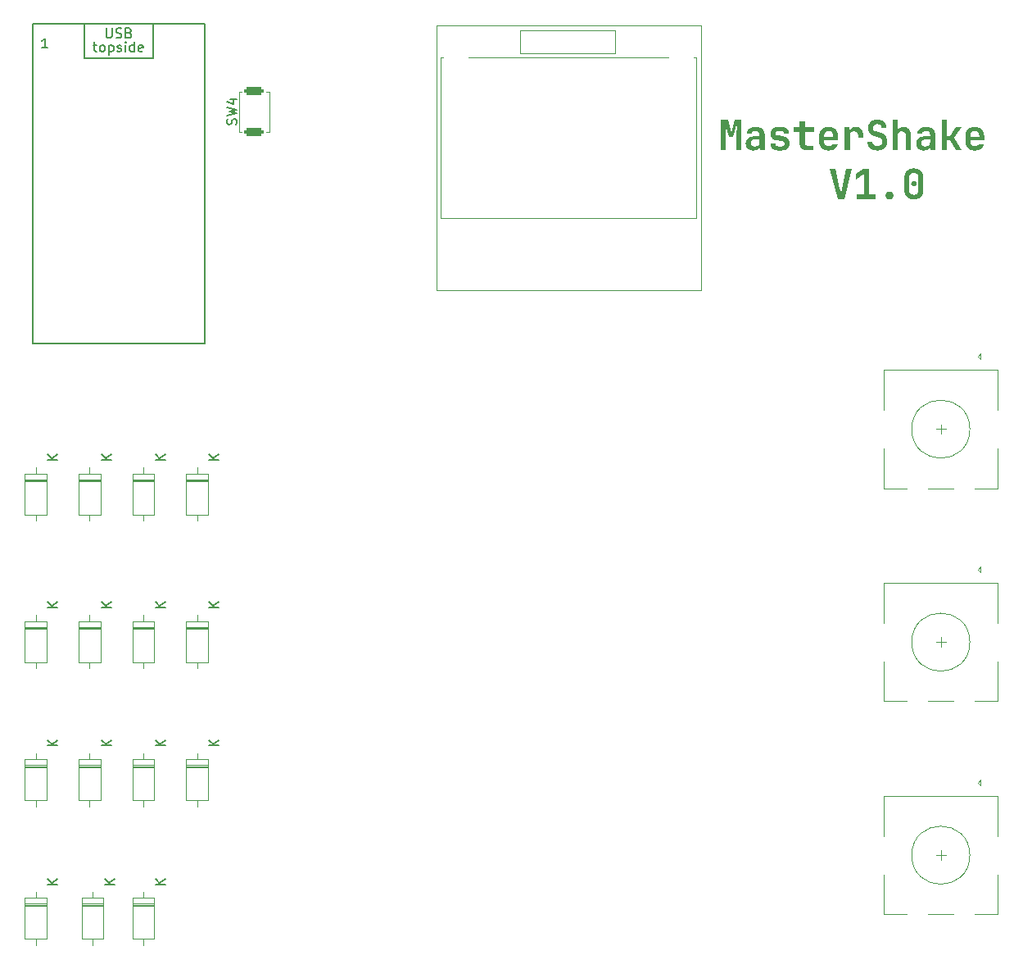
<source format=gto>
G04 #@! TF.GenerationSoftware,KiCad,Pcbnew,7.0.5*
G04 #@! TF.CreationDate,2023-07-12T22:01:21-07:00*
G04 #@! TF.ProjectId,Custom_KeyPad,43757374-6f6d-45f4-9b65-795061642e6b,rev?*
G04 #@! TF.SameCoordinates,Original*
G04 #@! TF.FileFunction,Legend,Top*
G04 #@! TF.FilePolarity,Positive*
%FSLAX46Y46*%
G04 Gerber Fmt 4.6, Leading zero omitted, Abs format (unit mm)*
G04 Created by KiCad (PCBNEW 7.0.5) date 2023-07-12 22:01:21*
%MOMM*%
%LPD*%
G01*
G04 APERTURE LIST*
G04 Aperture macros list*
%AMRoundRect*
0 Rectangle with rounded corners*
0 $1 Rounding radius*
0 $2 $3 $4 $5 $6 $7 $8 $9 X,Y pos of 4 corners*
0 Add a 4 corners polygon primitive as box body*
4,1,4,$2,$3,$4,$5,$6,$7,$8,$9,$2,$3,0*
0 Add four circle primitives for the rounded corners*
1,1,$1+$1,$2,$3*
1,1,$1+$1,$4,$5*
1,1,$1+$1,$6,$7*
1,1,$1+$1,$8,$9*
0 Add four rect primitives between the rounded corners*
20,1,$1+$1,$2,$3,$4,$5,0*
20,1,$1+$1,$4,$5,$6,$7,0*
20,1,$1+$1,$6,$7,$8,$9,0*
20,1,$1+$1,$8,$9,$2,$3,0*%
G04 Aperture macros list end*
%ADD10C,0.200000*%
%ADD11C,0.150000*%
%ADD12C,0.120000*%
%ADD13C,2.600000*%
%ADD14C,3.500000*%
%ADD15O,1.600000X2.000000*%
%ADD16RoundRect,0.200000X0.800000X-0.200000X0.800000X0.200000X-0.800000X0.200000X-0.800000X-0.200000X0*%
%ADD17C,2.000000*%
%ADD18R,2.000000X3.200000*%
%ADD19R,2.000000X2.000000*%
%ADD20C,3.300000*%
%ADD21C,1.750000*%
%ADD22C,3.987800*%
%ADD23R,1.600000X1.600000*%
%ADD24O,1.600000X1.600000*%
G04 APERTURE END LIST*
D10*
G36*
X175293275Y-48425000D02*
G01*
X175293275Y-45329954D01*
X175981307Y-45329954D01*
X176327155Y-46664986D01*
X176677399Y-45329954D01*
X177369828Y-45329954D01*
X177369828Y-48425000D01*
X176875969Y-48425000D01*
X176875969Y-47128803D01*
X176876026Y-47095481D01*
X176876198Y-47062010D01*
X176876484Y-47028390D01*
X176876885Y-46994622D01*
X176877400Y-46960704D01*
X176878030Y-46926638D01*
X176878774Y-46892423D01*
X176879632Y-46858060D01*
X176880606Y-46823547D01*
X176881693Y-46788885D01*
X176882895Y-46754075D01*
X176884212Y-46719116D01*
X176885643Y-46684008D01*
X176887189Y-46648751D01*
X176888849Y-46613345D01*
X176890623Y-46577791D01*
X176892481Y-46542231D01*
X176894390Y-46506808D01*
X176896351Y-46471522D01*
X176898363Y-46436374D01*
X176900426Y-46401364D01*
X176902542Y-46366490D01*
X176904708Y-46331754D01*
X176906927Y-46297156D01*
X176909196Y-46262695D01*
X176911518Y-46228371D01*
X176913890Y-46194185D01*
X176916315Y-46160136D01*
X176918790Y-46126224D01*
X176921318Y-46092450D01*
X176923897Y-46058813D01*
X176926527Y-46025314D01*
X176929200Y-45991980D01*
X176931908Y-45959024D01*
X176934650Y-45926447D01*
X176937426Y-45894247D01*
X176940237Y-45862425D01*
X176943082Y-45830980D01*
X176945961Y-45799914D01*
X176948875Y-45769225D01*
X176951823Y-45738914D01*
X176954806Y-45708981D01*
X176957823Y-45679426D01*
X176960874Y-45650248D01*
X176965515Y-45607190D01*
X176970233Y-45564983D01*
X176973422Y-45537316D01*
X176538181Y-47080443D01*
X176103673Y-47080443D01*
X175686018Y-45576151D01*
X175690755Y-45612953D01*
X175695440Y-45650637D01*
X175700074Y-45689203D01*
X175704656Y-45728650D01*
X175709187Y-45768979D01*
X175713667Y-45810189D01*
X175718094Y-45852281D01*
X175722471Y-45895254D01*
X175726796Y-45939109D01*
X175731069Y-45983846D01*
X175735291Y-46029464D01*
X175739461Y-46075963D01*
X175743580Y-46123345D01*
X175747647Y-46171607D01*
X175751663Y-46220752D01*
X175755627Y-46270778D01*
X175759442Y-46321359D01*
X175763011Y-46372352D01*
X175766334Y-46423758D01*
X175769411Y-46475575D01*
X175772242Y-46527805D01*
X175774827Y-46580447D01*
X175777165Y-46633501D01*
X175779257Y-46686967D01*
X175781103Y-46740846D01*
X175782703Y-46795136D01*
X175784057Y-46849839D01*
X175785165Y-46904954D01*
X175786026Y-46960481D01*
X175786642Y-47016420D01*
X175787011Y-47072772D01*
X175787134Y-47129535D01*
X175787134Y-48425000D01*
X175293275Y-48425000D01*
G37*
G36*
X178912548Y-46034192D02*
G01*
X178965550Y-46036648D01*
X179017007Y-46040741D01*
X179066919Y-46046471D01*
X179115284Y-46053838D01*
X179162105Y-46062843D01*
X179207379Y-46073485D01*
X179251108Y-46085764D01*
X179293292Y-46099680D01*
X179333930Y-46115233D01*
X179373022Y-46132424D01*
X179410568Y-46151251D01*
X179446569Y-46171716D01*
X179481025Y-46193818D01*
X179513935Y-46217557D01*
X179545299Y-46242934D01*
X179574934Y-46269707D01*
X179602658Y-46297820D01*
X179628469Y-46327272D01*
X179652369Y-46358064D01*
X179674356Y-46390195D01*
X179694432Y-46423666D01*
X179712596Y-46458476D01*
X179728847Y-46494626D01*
X179743187Y-46532116D01*
X179755615Y-46570944D01*
X179766131Y-46611113D01*
X179774734Y-46652621D01*
X179781426Y-46695468D01*
X179786206Y-46739655D01*
X179789074Y-46785182D01*
X179790030Y-46832048D01*
X179790030Y-48425000D01*
X179275655Y-48425000D01*
X179275655Y-48002948D01*
X179268689Y-48043327D01*
X179259057Y-48082031D01*
X179246758Y-48119061D01*
X179231794Y-48154417D01*
X179214163Y-48188098D01*
X179193867Y-48220105D01*
X179170904Y-48250437D01*
X179145275Y-48279095D01*
X179116980Y-48306079D01*
X179086018Y-48331388D01*
X179063896Y-48347330D01*
X179028996Y-48369591D01*
X178992163Y-48389663D01*
X178953399Y-48407544D01*
X178912702Y-48423236D01*
X178884498Y-48432481D01*
X178855435Y-48440753D01*
X178825513Y-48448052D01*
X178794733Y-48454377D01*
X178763094Y-48459730D01*
X178730596Y-48464109D01*
X178697240Y-48467515D01*
X178663025Y-48469948D01*
X178627951Y-48471408D01*
X178592019Y-48471894D01*
X178548273Y-48471118D01*
X178505694Y-48468791D01*
X178464284Y-48464913D01*
X178424041Y-48459484D01*
X178384966Y-48452503D01*
X178347059Y-48443970D01*
X178310319Y-48433887D01*
X178274748Y-48422252D01*
X178240344Y-48409066D01*
X178207108Y-48394328D01*
X178175039Y-48378039D01*
X178144139Y-48360199D01*
X178114406Y-48340807D01*
X178085841Y-48319864D01*
X178058444Y-48297370D01*
X178032214Y-48273325D01*
X178007459Y-48247931D01*
X177984301Y-48221576D01*
X177962740Y-48194259D01*
X177942776Y-48165980D01*
X177924409Y-48136740D01*
X177907639Y-48106537D01*
X177892466Y-48075373D01*
X177878891Y-48043248D01*
X177866913Y-48010161D01*
X177856531Y-47976112D01*
X177847747Y-47941101D01*
X177840560Y-47905129D01*
X177834970Y-47868195D01*
X177830977Y-47830299D01*
X177828582Y-47791441D01*
X177827783Y-47751622D01*
X177828690Y-47710208D01*
X177829505Y-47698133D01*
X178347288Y-47698133D01*
X178348959Y-47736910D01*
X178353974Y-47773741D01*
X178362331Y-47808626D01*
X178374032Y-47841564D01*
X178389076Y-47872557D01*
X178407463Y-47901602D01*
X178429193Y-47928702D01*
X178454266Y-47953855D01*
X178482613Y-47976352D01*
X178513800Y-47995850D01*
X178547826Y-48012347D01*
X178584692Y-48025846D01*
X178614204Y-48034001D01*
X178645314Y-48040469D01*
X178678020Y-48045249D01*
X178712324Y-48048343D01*
X178748225Y-48049749D01*
X178760547Y-48049842D01*
X178803242Y-48048825D01*
X178844224Y-48045772D01*
X178883493Y-48040685D01*
X178921048Y-48033562D01*
X178956891Y-48024404D01*
X178991021Y-48013212D01*
X179023438Y-47999984D01*
X179054142Y-47984721D01*
X179083132Y-47967423D01*
X179110410Y-47948091D01*
X179127644Y-47934071D01*
X179151738Y-47911682D01*
X179173462Y-47887927D01*
X179192816Y-47862806D01*
X179209801Y-47836321D01*
X179224415Y-47808470D01*
X179236660Y-47779254D01*
X179246534Y-47748672D01*
X179254039Y-47716726D01*
X179259174Y-47683414D01*
X179261939Y-47648737D01*
X179262466Y-47624860D01*
X179262466Y-47346423D01*
X178722445Y-47346423D01*
X178690653Y-47347292D01*
X178660123Y-47349901D01*
X178630855Y-47354248D01*
X178593795Y-47362748D01*
X178558979Y-47374340D01*
X178526407Y-47389024D01*
X178496079Y-47406798D01*
X178467995Y-47427664D01*
X178448404Y-47445341D01*
X178424705Y-47470769D01*
X178404166Y-47497961D01*
X178386786Y-47526915D01*
X178372567Y-47557632D01*
X178361507Y-47590113D01*
X178353607Y-47624356D01*
X178348868Y-47660363D01*
X178347288Y-47698133D01*
X177829505Y-47698133D01*
X177831412Y-47669865D01*
X177835949Y-47630593D01*
X177842300Y-47592391D01*
X177850466Y-47555259D01*
X177860447Y-47519198D01*
X177872242Y-47484208D01*
X177885852Y-47450287D01*
X177901276Y-47417438D01*
X177918516Y-47385658D01*
X177937569Y-47354950D01*
X177958438Y-47325311D01*
X177981121Y-47296744D01*
X178005619Y-47269246D01*
X178031931Y-47242819D01*
X178060058Y-47217463D01*
X178089768Y-47193329D01*
X178120829Y-47170751D01*
X178153241Y-47149731D01*
X178187003Y-47130268D01*
X178222117Y-47112362D01*
X178258582Y-47096013D01*
X178296397Y-47081221D01*
X178335564Y-47067986D01*
X178376082Y-47056308D01*
X178417950Y-47046188D01*
X178461170Y-47037624D01*
X178505740Y-47030617D01*
X178551662Y-47025167D01*
X178598934Y-47021275D01*
X178647558Y-47018939D01*
X178697532Y-47018161D01*
X179262466Y-47018161D01*
X179262466Y-46837909D01*
X179260868Y-46791593D01*
X179256077Y-46748265D01*
X179248092Y-46707925D01*
X179236912Y-46670573D01*
X179222538Y-46636209D01*
X179204969Y-46604833D01*
X179184207Y-46576446D01*
X179160250Y-46551046D01*
X179133099Y-46528635D01*
X179102754Y-46509212D01*
X179069214Y-46492777D01*
X179032480Y-46479330D01*
X178992552Y-46468872D01*
X178949430Y-46461401D01*
X178903114Y-46456919D01*
X178853603Y-46455425D01*
X178819377Y-46456114D01*
X178786490Y-46458181D01*
X178754942Y-46461627D01*
X178724734Y-46466450D01*
X178695866Y-46472652D01*
X178659459Y-46483065D01*
X178625433Y-46495928D01*
X178593788Y-46511241D01*
X178564524Y-46529004D01*
X178557581Y-46533827D01*
X178531798Y-46554447D01*
X178509037Y-46577104D01*
X178489300Y-46601799D01*
X178472584Y-46628532D01*
X178458891Y-46657303D01*
X178448221Y-46688112D01*
X178440573Y-46720959D01*
X178435948Y-46755844D01*
X177928900Y-46755844D01*
X177931905Y-46716022D01*
X177936708Y-46677156D01*
X177943308Y-46639246D01*
X177951706Y-46602291D01*
X177961901Y-46566293D01*
X177973894Y-46531251D01*
X177987684Y-46497165D01*
X178003272Y-46464035D01*
X178020657Y-46431861D01*
X178039839Y-46400642D01*
X178060819Y-46370380D01*
X178083597Y-46341074D01*
X178108172Y-46312723D01*
X178134544Y-46285329D01*
X178162714Y-46258891D01*
X178192682Y-46233408D01*
X178224218Y-46209185D01*
X178257093Y-46186525D01*
X178291308Y-46165428D01*
X178326863Y-46145893D01*
X178363757Y-46127921D01*
X178401990Y-46111512D01*
X178441563Y-46096666D01*
X178482476Y-46083382D01*
X178524728Y-46071661D01*
X178568320Y-46061503D01*
X178613251Y-46052908D01*
X178659522Y-46045876D01*
X178707132Y-46040406D01*
X178756081Y-46036499D01*
X178806371Y-46034155D01*
X178857999Y-46033374D01*
X178912548Y-46034192D01*
G37*
G36*
X181270142Y-48471894D02*
G01*
X181219068Y-48471153D01*
X181169346Y-48468929D01*
X181120974Y-48465222D01*
X181073954Y-48460033D01*
X181028284Y-48453361D01*
X180983965Y-48445207D01*
X180940998Y-48435570D01*
X180899381Y-48424450D01*
X180859115Y-48411848D01*
X180820201Y-48397763D01*
X180782637Y-48382195D01*
X180746424Y-48365145D01*
X180711562Y-48346612D01*
X180678051Y-48326596D01*
X180645891Y-48305098D01*
X180615082Y-48282117D01*
X180585979Y-48257780D01*
X180558754Y-48232395D01*
X180533406Y-48205962D01*
X180509936Y-48178482D01*
X180488343Y-48149954D01*
X180468628Y-48120379D01*
X180450791Y-48089756D01*
X180434831Y-48058086D01*
X180420749Y-48025368D01*
X180408545Y-47991602D01*
X180398218Y-47956789D01*
X180389768Y-47920928D01*
X180383197Y-47884020D01*
X180378503Y-47846064D01*
X180375686Y-47807060D01*
X180374748Y-47767009D01*
X180894252Y-47767009D01*
X180895798Y-47800268D01*
X180900434Y-47831535D01*
X180908162Y-47860810D01*
X180918982Y-47888093D01*
X180936853Y-47919395D01*
X180959554Y-47947584D01*
X180981192Y-47967894D01*
X180993170Y-47977302D01*
X181019297Y-47994304D01*
X181047850Y-48009039D01*
X181078831Y-48021507D01*
X181112239Y-48031707D01*
X181148074Y-48039642D01*
X181186336Y-48045309D01*
X181216625Y-48048071D01*
X181248280Y-48049559D01*
X181270142Y-48049842D01*
X181455522Y-48049842D01*
X181490345Y-48049198D01*
X181523649Y-48047266D01*
X181555432Y-48044046D01*
X181585696Y-48039538D01*
X181614440Y-48033742D01*
X181650401Y-48024011D01*
X181683660Y-48011990D01*
X181714217Y-47997679D01*
X181742072Y-47981078D01*
X181748614Y-47976570D01*
X181772828Y-47957255D01*
X181793814Y-47935949D01*
X181815506Y-47906515D01*
X181832153Y-47873968D01*
X181841839Y-47845689D01*
X181848296Y-47815418D01*
X181851525Y-47783155D01*
X181851928Y-47766277D01*
X181850806Y-47735078D01*
X181846248Y-47699011D01*
X181838184Y-47666199D01*
X181826613Y-47636643D01*
X181811537Y-47610343D01*
X181792954Y-47587298D01*
X181780121Y-47575034D01*
X181756032Y-47556555D01*
X181728186Y-47540044D01*
X181696583Y-47525500D01*
X181668597Y-47515282D01*
X181638206Y-47506323D01*
X181605410Y-47498624D01*
X181570211Y-47492184D01*
X181561035Y-47490771D01*
X180982912Y-47413834D01*
X180948608Y-47408427D01*
X180915307Y-47401916D01*
X180883006Y-47394299D01*
X180851708Y-47385578D01*
X180821411Y-47375752D01*
X180792117Y-47364821D01*
X180763824Y-47352786D01*
X180736532Y-47339645D01*
X180710243Y-47325400D01*
X180684955Y-47310050D01*
X180660669Y-47293595D01*
X180626118Y-47266841D01*
X180593822Y-47237601D01*
X180563779Y-47205876D01*
X180554266Y-47194748D01*
X180527553Y-47159874D01*
X180503467Y-47123118D01*
X180488870Y-47097570D01*
X180475440Y-47071186D01*
X180463179Y-47043966D01*
X180452085Y-47015911D01*
X180442159Y-46987020D01*
X180433400Y-46957293D01*
X180425810Y-46926730D01*
X180419387Y-46895331D01*
X180414132Y-46863097D01*
X180410044Y-46830027D01*
X180407125Y-46796121D01*
X180405373Y-46761379D01*
X180404789Y-46725802D01*
X180405645Y-46684469D01*
X180408213Y-46644366D01*
X180412492Y-46605494D01*
X180418482Y-46567853D01*
X180426184Y-46531443D01*
X180435598Y-46496263D01*
X180446724Y-46462315D01*
X180459561Y-46429596D01*
X180474110Y-46398109D01*
X180490370Y-46367853D01*
X180508342Y-46338827D01*
X180528025Y-46311032D01*
X180549420Y-46284468D01*
X180572527Y-46259134D01*
X180597345Y-46235031D01*
X180623875Y-46212159D01*
X180652108Y-46190509D01*
X180681852Y-46170256D01*
X180713108Y-46151400D01*
X180745875Y-46133941D01*
X180780152Y-46117878D01*
X180815942Y-46103212D01*
X180853242Y-46089942D01*
X180892054Y-46078070D01*
X180932377Y-46067594D01*
X180974211Y-46058515D01*
X181017557Y-46050833D01*
X181062413Y-46044548D01*
X181108781Y-46039659D01*
X181156660Y-46036167D01*
X181206051Y-46034072D01*
X181256953Y-46033374D01*
X181451126Y-46033374D01*
X181499074Y-46034083D01*
X181545831Y-46036213D01*
X181591397Y-46039762D01*
X181635773Y-46044731D01*
X181678959Y-46051119D01*
X181720953Y-46058927D01*
X181761757Y-46068155D01*
X181801370Y-46078803D01*
X181839792Y-46090870D01*
X181877024Y-46104357D01*
X181913065Y-46119263D01*
X181947916Y-46135589D01*
X181981575Y-46153335D01*
X182014044Y-46172500D01*
X182045323Y-46193085D01*
X182075410Y-46215090D01*
X182104104Y-46238280D01*
X182131018Y-46262420D01*
X182156151Y-46287510D01*
X182179504Y-46313551D01*
X182201076Y-46340541D01*
X182220869Y-46368482D01*
X182238880Y-46397374D01*
X182255112Y-46427215D01*
X182269563Y-46458007D01*
X182282235Y-46489749D01*
X182293125Y-46522441D01*
X182302236Y-46556084D01*
X182309566Y-46590677D01*
X182315116Y-46626220D01*
X182318885Y-46662713D01*
X182320875Y-46700157D01*
X181797706Y-46700157D01*
X181794168Y-46666443D01*
X181786300Y-46634912D01*
X181774104Y-46605564D01*
X181757578Y-46578398D01*
X181736723Y-46553414D01*
X181711539Y-46530613D01*
X181700253Y-46522103D01*
X181669635Y-46502894D01*
X181642925Y-46489871D01*
X181614245Y-46478932D01*
X181583596Y-46470076D01*
X181550979Y-46463304D01*
X181516392Y-46458616D01*
X181479835Y-46456011D01*
X181451126Y-46455425D01*
X181256953Y-46455425D01*
X181226056Y-46456050D01*
X181196563Y-46457924D01*
X181159422Y-46462366D01*
X181124778Y-46469029D01*
X181092630Y-46477914D01*
X181062977Y-46489019D01*
X181035820Y-46502346D01*
X181005384Y-46522127D01*
X180999765Y-46526500D01*
X180974223Y-46549680D01*
X180953011Y-46575258D01*
X180936127Y-46603232D01*
X180923573Y-46633604D01*
X180915347Y-46666373D01*
X180911451Y-46701539D01*
X180911105Y-46716277D01*
X180912697Y-46748366D01*
X180917473Y-46777771D01*
X180927408Y-46809516D01*
X180941928Y-46837397D01*
X180961033Y-46861414D01*
X180976318Y-46875279D01*
X181002936Y-46893147D01*
X181033883Y-46908286D01*
X181062977Y-46918815D01*
X181095077Y-46927448D01*
X181130182Y-46934185D01*
X181160430Y-46938210D01*
X181168293Y-46939026D01*
X181712710Y-47015963D01*
X181752208Y-47021409D01*
X181790471Y-47028041D01*
X181827496Y-47035858D01*
X181863286Y-47044859D01*
X181897838Y-47055046D01*
X181931155Y-47066418D01*
X181963234Y-47078974D01*
X181994078Y-47092716D01*
X182023684Y-47107642D01*
X182052055Y-47123754D01*
X182079189Y-47141050D01*
X182105086Y-47159532D01*
X182129747Y-47179198D01*
X182153171Y-47200049D01*
X182175359Y-47222085D01*
X182196311Y-47245307D01*
X182216008Y-47269630D01*
X182234435Y-47294972D01*
X182251592Y-47321333D01*
X182267477Y-47348713D01*
X182282091Y-47377112D01*
X182295435Y-47406530D01*
X182307508Y-47436967D01*
X182318310Y-47468422D01*
X182327841Y-47500897D01*
X182336102Y-47534391D01*
X182343091Y-47568904D01*
X182348810Y-47604435D01*
X182353258Y-47640986D01*
X182356435Y-47678555D01*
X182358341Y-47717144D01*
X182358976Y-47756751D01*
X182358078Y-47799003D01*
X182355381Y-47840030D01*
X182350888Y-47879832D01*
X182344597Y-47918409D01*
X182336508Y-47955761D01*
X182326622Y-47991888D01*
X182314938Y-48026790D01*
X182301457Y-48060467D01*
X182286179Y-48092919D01*
X182269103Y-48124146D01*
X182250229Y-48154148D01*
X182229558Y-48182924D01*
X182207090Y-48210476D01*
X182182824Y-48236803D01*
X182156760Y-48261904D01*
X182128900Y-48285781D01*
X182099307Y-48308318D01*
X182068049Y-48329401D01*
X182035125Y-48349030D01*
X182000535Y-48367206D01*
X181964279Y-48383927D01*
X181926357Y-48399194D01*
X181886770Y-48413007D01*
X181845517Y-48425366D01*
X181802598Y-48436271D01*
X181758013Y-48445722D01*
X181711762Y-48453719D01*
X181663846Y-48460262D01*
X181614264Y-48465351D01*
X181563016Y-48468986D01*
X181510102Y-48471167D01*
X181455522Y-48471894D01*
X181270142Y-48471894D01*
G37*
G36*
X184116792Y-48425000D02*
G01*
X184076647Y-48424252D01*
X184037543Y-48422011D01*
X183999481Y-48418276D01*
X183962461Y-48413047D01*
X183926483Y-48406324D01*
X183891547Y-48398106D01*
X183857652Y-48388395D01*
X183824800Y-48377189D01*
X183792989Y-48364489D01*
X183762220Y-48350296D01*
X183732493Y-48334608D01*
X183703808Y-48317426D01*
X183676165Y-48298750D01*
X183649563Y-48278580D01*
X183624004Y-48256916D01*
X183599486Y-48233757D01*
X183576239Y-48209323D01*
X183554492Y-48183829D01*
X183534244Y-48157276D01*
X183515497Y-48129664D01*
X183498249Y-48100993D01*
X183482501Y-48071263D01*
X183468253Y-48040474D01*
X183455505Y-48008627D01*
X183444256Y-47975720D01*
X183434507Y-47941754D01*
X183426258Y-47906729D01*
X183419509Y-47870645D01*
X183414260Y-47833502D01*
X183410511Y-47795299D01*
X183408261Y-47756038D01*
X183407511Y-47715718D01*
X183407511Y-46545551D01*
X182766373Y-46545551D01*
X182766373Y-46080268D01*
X183407511Y-46080268D01*
X183407511Y-45423743D01*
X183939472Y-45423743D01*
X183939472Y-46080268D01*
X184863443Y-46080268D01*
X184863443Y-46545551D01*
X183939472Y-46545551D01*
X183939472Y-47719382D01*
X183940849Y-47751231D01*
X183944982Y-47781292D01*
X183953577Y-47815003D01*
X183966139Y-47846138D01*
X183982669Y-47874697D01*
X183995892Y-47892306D01*
X184018896Y-47915215D01*
X184045042Y-47933384D01*
X184074331Y-47946814D01*
X184106763Y-47955504D01*
X184136190Y-47959124D01*
X184154894Y-47959717D01*
X184842926Y-47959717D01*
X184842926Y-48425000D01*
X184116792Y-48425000D01*
G37*
G36*
X186442641Y-46033829D02*
G01*
X186478136Y-46035194D01*
X186513052Y-46037469D01*
X186547390Y-46040655D01*
X186581150Y-46044751D01*
X186614332Y-46049757D01*
X186646935Y-46055673D01*
X186678961Y-46062500D01*
X186710408Y-46070236D01*
X186741277Y-46078883D01*
X186771568Y-46088440D01*
X186801281Y-46098907D01*
X186830415Y-46110284D01*
X186858971Y-46122572D01*
X186886950Y-46135769D01*
X186914350Y-46149877D01*
X186941172Y-46164712D01*
X186967232Y-46180274D01*
X186992531Y-46196563D01*
X187017069Y-46213579D01*
X187040846Y-46231322D01*
X187063861Y-46249792D01*
X187086114Y-46268989D01*
X187118068Y-46299147D01*
X187148308Y-46330941D01*
X187176835Y-46364371D01*
X187194901Y-46387567D01*
X187212206Y-46411489D01*
X187228750Y-46436139D01*
X187244532Y-46461515D01*
X187252138Y-46474476D01*
X187266778Y-46500857D01*
X187280474Y-46527794D01*
X187293225Y-46555285D01*
X187305031Y-46583332D01*
X187315894Y-46611934D01*
X187325811Y-46641092D01*
X187334784Y-46670804D01*
X187342813Y-46701072D01*
X187349897Y-46731896D01*
X187356036Y-46763274D01*
X187361231Y-46795208D01*
X187365482Y-46827697D01*
X187368787Y-46860741D01*
X187371149Y-46894341D01*
X187372566Y-46928496D01*
X187373038Y-46963206D01*
X187373038Y-47393318D01*
X185937623Y-47393318D01*
X185937623Y-47547923D01*
X185938698Y-47589534D01*
X185941925Y-47629188D01*
X185947302Y-47666883D01*
X185954830Y-47702621D01*
X185964510Y-47736401D01*
X185976340Y-47768223D01*
X185990321Y-47798087D01*
X186006453Y-47825994D01*
X186024736Y-47851943D01*
X186045171Y-47875934D01*
X186059988Y-47890840D01*
X186083827Y-47911530D01*
X186109456Y-47930184D01*
X186136875Y-47946804D01*
X186166085Y-47961388D01*
X186197085Y-47973938D01*
X186229875Y-47984452D01*
X186264456Y-47992932D01*
X186300827Y-47999376D01*
X186338988Y-48003785D01*
X186378940Y-48006159D01*
X186406569Y-48006612D01*
X186436918Y-48006129D01*
X186466418Y-48004680D01*
X186504428Y-48001245D01*
X186540927Y-47996093D01*
X186575915Y-47989224D01*
X186609392Y-47980637D01*
X186641357Y-47970333D01*
X186671811Y-47958312D01*
X186686471Y-47951657D01*
X186714109Y-47937117D01*
X186738770Y-47920974D01*
X186765410Y-47898541D01*
X186787399Y-47873604D01*
X186804737Y-47846163D01*
X186817423Y-47816217D01*
X186824224Y-47790457D01*
X187347392Y-47790457D01*
X187339733Y-47828716D01*
X187330494Y-47866008D01*
X187319675Y-47902332D01*
X187307275Y-47937689D01*
X187293296Y-47972079D01*
X187277737Y-48005501D01*
X187260598Y-48037956D01*
X187241879Y-48069443D01*
X187221581Y-48099963D01*
X187199702Y-48129515D01*
X187176243Y-48158100D01*
X187151204Y-48185718D01*
X187124586Y-48212368D01*
X187096387Y-48238051D01*
X187066608Y-48262766D01*
X187035250Y-48286514D01*
X187002655Y-48308962D01*
X186969167Y-48329962D01*
X186934786Y-48349514D01*
X186899512Y-48367618D01*
X186863345Y-48384273D01*
X186826285Y-48399480D01*
X186788332Y-48413239D01*
X186749486Y-48425549D01*
X186709747Y-48436411D01*
X186669115Y-48445825D01*
X186627590Y-48453791D01*
X186585171Y-48460308D01*
X186541860Y-48465377D01*
X186497656Y-48468998D01*
X186452559Y-48471170D01*
X186406569Y-48471894D01*
X186369952Y-48471445D01*
X186333926Y-48470097D01*
X186298489Y-48467850D01*
X186263641Y-48464704D01*
X186229383Y-48460660D01*
X186195715Y-48455717D01*
X186162636Y-48449875D01*
X186130147Y-48443135D01*
X186098248Y-48435495D01*
X186066938Y-48426957D01*
X186036218Y-48417521D01*
X186006087Y-48407185D01*
X185976546Y-48395951D01*
X185947595Y-48383818D01*
X185919233Y-48370786D01*
X185891461Y-48356856D01*
X185864459Y-48342009D01*
X185838223Y-48326413D01*
X185812755Y-48310067D01*
X185788054Y-48292971D01*
X185764120Y-48275125D01*
X185740954Y-48256529D01*
X185718554Y-48237183D01*
X185696921Y-48217088D01*
X185676056Y-48196242D01*
X185655957Y-48174647D01*
X185636626Y-48152301D01*
X185618061Y-48129206D01*
X185600264Y-48105361D01*
X185583234Y-48080766D01*
X185566971Y-48055421D01*
X185551475Y-48029326D01*
X185536923Y-48002564D01*
X185523310Y-47975219D01*
X185510636Y-47947289D01*
X185498901Y-47918776D01*
X185488105Y-47889678D01*
X185478248Y-47859997D01*
X185469329Y-47829732D01*
X185461349Y-47798883D01*
X185454308Y-47767450D01*
X185448206Y-47735433D01*
X185443042Y-47702833D01*
X185438818Y-47669648D01*
X185435532Y-47635879D01*
X185433185Y-47601527D01*
X185431777Y-47566591D01*
X185431307Y-47531071D01*
X185431307Y-47065055D01*
X185937623Y-47065055D01*
X186866722Y-47065055D01*
X186866722Y-46980792D01*
X186866259Y-46949822D01*
X186864868Y-46919746D01*
X186861042Y-46876306D01*
X186855130Y-46834876D01*
X186847132Y-46795454D01*
X186837047Y-46758042D01*
X186824875Y-46722639D01*
X186810617Y-46689246D01*
X186794272Y-46657861D01*
X186775841Y-46628487D01*
X186755323Y-46601121D01*
X186748020Y-46592445D01*
X186724974Y-46567958D01*
X186700072Y-46545880D01*
X186673316Y-46526210D01*
X186644706Y-46508949D01*
X186614240Y-46494096D01*
X186581920Y-46481652D01*
X186547745Y-46471616D01*
X186511715Y-46463989D01*
X186473831Y-46458770D01*
X186434092Y-46455960D01*
X186406569Y-46455425D01*
X186364016Y-46456642D01*
X186323459Y-46460294D01*
X186284898Y-46466380D01*
X186248334Y-46474900D01*
X186213766Y-46485854D01*
X186181195Y-46499243D01*
X186150620Y-46515066D01*
X186122041Y-46533323D01*
X186095459Y-46554015D01*
X186070873Y-46577141D01*
X186055592Y-46593911D01*
X186034509Y-46620725D01*
X186015501Y-46649510D01*
X185998566Y-46680265D01*
X185983704Y-46712991D01*
X185970917Y-46747687D01*
X185960203Y-46784354D01*
X185951562Y-46822992D01*
X185944996Y-46863601D01*
X185940503Y-46906180D01*
X185938659Y-46935661D01*
X185937738Y-46966017D01*
X185937623Y-46981524D01*
X185937623Y-47065055D01*
X185431307Y-47065055D01*
X185431307Y-46974197D01*
X185431777Y-46938677D01*
X185433185Y-46903741D01*
X185435532Y-46869388D01*
X185438818Y-46835620D01*
X185443042Y-46802435D01*
X185448206Y-46769834D01*
X185454308Y-46737818D01*
X185461349Y-46706385D01*
X185469329Y-46675536D01*
X185478248Y-46645271D01*
X185488105Y-46615589D01*
X185498901Y-46586492D01*
X185510636Y-46557979D01*
X185523310Y-46530049D01*
X185536923Y-46502703D01*
X185551475Y-46475942D01*
X185566971Y-46449850D01*
X185583234Y-46424513D01*
X185600264Y-46399932D01*
X185618061Y-46376107D01*
X185636626Y-46353038D01*
X185655957Y-46330724D01*
X185676056Y-46309166D01*
X185696921Y-46288363D01*
X185718554Y-46268316D01*
X185740954Y-46249025D01*
X185764120Y-46230489D01*
X185788054Y-46212709D01*
X185812755Y-46195684D01*
X185838223Y-46179415D01*
X185864459Y-46163902D01*
X185891461Y-46149145D01*
X185919233Y-46135125D01*
X185947595Y-46122011D01*
X185976546Y-46109801D01*
X186006087Y-46098495D01*
X186036218Y-46088093D01*
X186066938Y-46078597D01*
X186098248Y-46070004D01*
X186130147Y-46062316D01*
X186162636Y-46055533D01*
X186195715Y-46049654D01*
X186229383Y-46044679D01*
X186263641Y-46040609D01*
X186298489Y-46037444D01*
X186333926Y-46035182D01*
X186369952Y-46033826D01*
X186406569Y-46033374D01*
X186442641Y-46033829D01*
G37*
G36*
X188063268Y-48425000D02*
G01*
X188063268Y-46080268D01*
X188577644Y-46080268D01*
X188577644Y-46544818D01*
X188583440Y-46515709D01*
X188593947Y-46473484D01*
X188606632Y-46432985D01*
X188621493Y-46394212D01*
X188638532Y-46357165D01*
X188657746Y-46321844D01*
X188679138Y-46288249D01*
X188702706Y-46256379D01*
X188728451Y-46226236D01*
X188756373Y-46197818D01*
X188786471Y-46171127D01*
X188818665Y-46146509D01*
X188852597Y-46124312D01*
X188888268Y-46104537D01*
X188925678Y-46087183D01*
X188964827Y-46072251D01*
X189005714Y-46059740D01*
X189048341Y-46049651D01*
X189077724Y-46044270D01*
X189107881Y-46039965D01*
X189138810Y-46036737D01*
X189170512Y-46034584D01*
X189202987Y-46033508D01*
X189219514Y-46033374D01*
X189263231Y-46034278D01*
X189305724Y-46036991D01*
X189346991Y-46041514D01*
X189387034Y-46047845D01*
X189425851Y-46055985D01*
X189463444Y-46065934D01*
X189499811Y-46077692D01*
X189534953Y-46091259D01*
X189568871Y-46106635D01*
X189601563Y-46123820D01*
X189633030Y-46142813D01*
X189663272Y-46163616D01*
X189692290Y-46186228D01*
X189720082Y-46210648D01*
X189746649Y-46236877D01*
X189771991Y-46264916D01*
X189796037Y-46294485D01*
X189818531Y-46325492D01*
X189839474Y-46357935D01*
X189858865Y-46391815D01*
X189876705Y-46427132D01*
X189892994Y-46463886D01*
X189907732Y-46502077D01*
X189920918Y-46541704D01*
X189932553Y-46582768D01*
X189942637Y-46625269D01*
X189951169Y-46669207D01*
X189958150Y-46714582D01*
X189963580Y-46761394D01*
X189967458Y-46809642D01*
X189969785Y-46859327D01*
X189970560Y-46910450D01*
X189970560Y-47133199D01*
X189442996Y-47133199D01*
X189442996Y-46937561D01*
X189442030Y-46898463D01*
X189439132Y-46861131D01*
X189434302Y-46825563D01*
X189427540Y-46791759D01*
X189418846Y-46759720D01*
X189408220Y-46729446D01*
X189395662Y-46700936D01*
X189381172Y-46674190D01*
X189364750Y-46649210D01*
X189346396Y-46625994D01*
X189333087Y-46611496D01*
X189311792Y-46591331D01*
X189280834Y-46567528D01*
X189255692Y-46551991D01*
X189228902Y-46538437D01*
X189200463Y-46526866D01*
X189170375Y-46517279D01*
X189138639Y-46509676D01*
X189105254Y-46504056D01*
X189070220Y-46500419D01*
X189033538Y-46498766D01*
X189020944Y-46498656D01*
X188982266Y-46499783D01*
X188945364Y-46503164D01*
X188910241Y-46508799D01*
X188876894Y-46516688D01*
X188845326Y-46526831D01*
X188815534Y-46539228D01*
X188787520Y-46553879D01*
X188761284Y-46570784D01*
X188736825Y-46589943D01*
X188714143Y-46611356D01*
X188700009Y-46626884D01*
X188680498Y-46651729D01*
X188662906Y-46678455D01*
X188647233Y-46707062D01*
X188633480Y-46737549D01*
X188621645Y-46769916D01*
X188611730Y-46804164D01*
X188603733Y-46840292D01*
X188597656Y-46878301D01*
X188593498Y-46918190D01*
X188591259Y-46959960D01*
X188590833Y-46988852D01*
X188590833Y-48425000D01*
X188063268Y-48425000D01*
G37*
G36*
X191449939Y-48471894D02*
G01*
X191411225Y-48471462D01*
X191373117Y-48470165D01*
X191335617Y-48468004D01*
X191298723Y-48464979D01*
X191262435Y-48461089D01*
X191226755Y-48456335D01*
X191191681Y-48450717D01*
X191157214Y-48444234D01*
X191123354Y-48436886D01*
X191090101Y-48428675D01*
X191057455Y-48419598D01*
X191025415Y-48409658D01*
X190993982Y-48398853D01*
X190963156Y-48387184D01*
X190932936Y-48374650D01*
X190903324Y-48361252D01*
X190874516Y-48347047D01*
X190846526Y-48332092D01*
X190819355Y-48316387D01*
X190793002Y-48299932D01*
X190767469Y-48282727D01*
X190742753Y-48264772D01*
X190718857Y-48246068D01*
X190695779Y-48226613D01*
X190673519Y-48206409D01*
X190652078Y-48185455D01*
X190631456Y-48163750D01*
X190611652Y-48141296D01*
X190592667Y-48118092D01*
X190574501Y-48094138D01*
X190557153Y-48069434D01*
X190540623Y-48043981D01*
X190525007Y-48017846D01*
X190510398Y-47991098D01*
X190496797Y-47963738D01*
X190484203Y-47935766D01*
X190472617Y-47907181D01*
X190462038Y-47877983D01*
X190452467Y-47848173D01*
X190443903Y-47817751D01*
X190436347Y-47786716D01*
X190429798Y-47755068D01*
X190424257Y-47722808D01*
X190419723Y-47689935D01*
X190416197Y-47656450D01*
X190413678Y-47622353D01*
X190412167Y-47587642D01*
X190411663Y-47552320D01*
X190931168Y-47552320D01*
X190932411Y-47590591D01*
X190936139Y-47627367D01*
X190942354Y-47662650D01*
X190951054Y-47696438D01*
X190962241Y-47728733D01*
X190975913Y-47759533D01*
X190992071Y-47788839D01*
X191010714Y-47816652D01*
X191031844Y-47842970D01*
X191055460Y-47867794D01*
X191072584Y-47883513D01*
X191099931Y-47905512D01*
X191128938Y-47925347D01*
X191159608Y-47943019D01*
X191191939Y-47958526D01*
X191225931Y-47971870D01*
X191261585Y-47983050D01*
X191298901Y-47992066D01*
X191337878Y-47998918D01*
X191378516Y-48003606D01*
X191420816Y-48006131D01*
X191449939Y-48006612D01*
X191491829Y-48005549D01*
X191532045Y-48002361D01*
X191570586Y-47997048D01*
X191607453Y-47989610D01*
X191642646Y-47980047D01*
X191676164Y-47968358D01*
X191708007Y-47954544D01*
X191738177Y-47938605D01*
X191766671Y-47920541D01*
X191793492Y-47900352D01*
X191810442Y-47885711D01*
X191834274Y-47862184D01*
X191855762Y-47837214D01*
X191874906Y-47810801D01*
X191891706Y-47782946D01*
X191906162Y-47753648D01*
X191918273Y-47722908D01*
X191928040Y-47690725D01*
X191935464Y-47657100D01*
X191940543Y-47622032D01*
X191943278Y-47585522D01*
X191943798Y-47560380D01*
X191942447Y-47522667D01*
X191938395Y-47486099D01*
X191931640Y-47450677D01*
X191922183Y-47416399D01*
X191910024Y-47383266D01*
X191895164Y-47351277D01*
X191877601Y-47320434D01*
X191857336Y-47290736D01*
X191834565Y-47262594D01*
X191809480Y-47236789D01*
X191782083Y-47213318D01*
X191752373Y-47192184D01*
X191720351Y-47173385D01*
X191686015Y-47156921D01*
X191658746Y-47146106D01*
X191630176Y-47136605D01*
X191610407Y-47131001D01*
X191197148Y-47024755D01*
X191156018Y-47013638D01*
X191115975Y-47001354D01*
X191077021Y-46987901D01*
X191039153Y-46973281D01*
X191002374Y-46957493D01*
X190966682Y-46940537D01*
X190932078Y-46922414D01*
X190898561Y-46903122D01*
X190866132Y-46882663D01*
X190834791Y-46861036D01*
X190804537Y-46838241D01*
X190775371Y-46814279D01*
X190747293Y-46789149D01*
X190720302Y-46762851D01*
X190694399Y-46735385D01*
X190669584Y-46706751D01*
X190646070Y-46677184D01*
X190624074Y-46646919D01*
X190603595Y-46615956D01*
X190584633Y-46584294D01*
X190567188Y-46551934D01*
X190551259Y-46518875D01*
X190536848Y-46485118D01*
X190523954Y-46450662D01*
X190512576Y-46415509D01*
X190502716Y-46379656D01*
X190494373Y-46343106D01*
X190487546Y-46305857D01*
X190482237Y-46267910D01*
X190478444Y-46229264D01*
X190476169Y-46189920D01*
X190475410Y-46149877D01*
X190476415Y-46101131D01*
X190479429Y-46053627D01*
X190484452Y-46007365D01*
X190491485Y-45962345D01*
X190500526Y-45918567D01*
X190511577Y-45876032D01*
X190524638Y-45834738D01*
X190539707Y-45794687D01*
X190556786Y-45755878D01*
X190575874Y-45718312D01*
X190596972Y-45681987D01*
X190620079Y-45646905D01*
X190645195Y-45613065D01*
X190672320Y-45580467D01*
X190701454Y-45549112D01*
X190732598Y-45518998D01*
X190765425Y-45490427D01*
X190799608Y-45463700D01*
X190835149Y-45438816D01*
X190872046Y-45415775D01*
X190910299Y-45394577D01*
X190949909Y-45375223D01*
X190990876Y-45357712D01*
X191033200Y-45342044D01*
X191076880Y-45328220D01*
X191121917Y-45316238D01*
X191168311Y-45306100D01*
X191216062Y-45297806D01*
X191265169Y-45291354D01*
X191315633Y-45286746D01*
X191367453Y-45283981D01*
X191420630Y-45283060D01*
X191456706Y-45283477D01*
X191492209Y-45284731D01*
X191527139Y-45286820D01*
X191561497Y-45289746D01*
X191595283Y-45293507D01*
X191628496Y-45298103D01*
X191661137Y-45303536D01*
X191693205Y-45309804D01*
X191724701Y-45316908D01*
X191755625Y-45324848D01*
X191785976Y-45333624D01*
X191815754Y-45343235D01*
X191844960Y-45353682D01*
X191873594Y-45364965D01*
X191901655Y-45377083D01*
X191929144Y-45390038D01*
X191955957Y-45403665D01*
X191981992Y-45417985D01*
X192007248Y-45432997D01*
X192043673Y-45456814D01*
X192078346Y-45482190D01*
X192111267Y-45509124D01*
X192142437Y-45537617D01*
X192171854Y-45567668D01*
X192199521Y-45599278D01*
X192225435Y-45632446D01*
X192249598Y-45667172D01*
X192264734Y-45691189D01*
X192285816Y-45728176D01*
X192304825Y-45766323D01*
X192321760Y-45805628D01*
X192336621Y-45846093D01*
X192349409Y-45887717D01*
X192356782Y-45916110D01*
X192363233Y-45945018D01*
X192368763Y-45974442D01*
X192373371Y-46004381D01*
X192377058Y-46034835D01*
X192379823Y-46065804D01*
X192381666Y-46097288D01*
X192382588Y-46129288D01*
X192382703Y-46145481D01*
X191868327Y-46145481D01*
X191867245Y-46112826D01*
X191864000Y-46081356D01*
X191858590Y-46051071D01*
X191851017Y-46021970D01*
X191841279Y-45994055D01*
X191824930Y-45958678D01*
X191804735Y-45925408D01*
X191787063Y-45901837D01*
X191767228Y-45879452D01*
X191745229Y-45858251D01*
X191721583Y-45838609D01*
X191696534Y-45820899D01*
X191670081Y-45805121D01*
X191642223Y-45791275D01*
X191612962Y-45779361D01*
X191582297Y-45769379D01*
X191550228Y-45761329D01*
X191516755Y-45755211D01*
X191481878Y-45751025D01*
X191445597Y-45748771D01*
X191420630Y-45748342D01*
X191384120Y-45749295D01*
X191349052Y-45752155D01*
X191315426Y-45756920D01*
X191283244Y-45763592D01*
X191252503Y-45772170D01*
X191223206Y-45782654D01*
X191195351Y-45795045D01*
X191168938Y-45809342D01*
X191143968Y-45825545D01*
X191120441Y-45843654D01*
X191105557Y-45856786D01*
X191084867Y-45877568D01*
X191060447Y-45907100D01*
X191039644Y-45938716D01*
X191022460Y-45972416D01*
X191008893Y-46008200D01*
X190998944Y-46046067D01*
X190993856Y-46075835D01*
X190990803Y-46106774D01*
X190989786Y-46138886D01*
X190991068Y-46174172D01*
X190994915Y-46207855D01*
X191001326Y-46239934D01*
X191010302Y-46270411D01*
X191021843Y-46299285D01*
X191035948Y-46326557D01*
X191052617Y-46352225D01*
X191071851Y-46376290D01*
X191093570Y-46398765D01*
X191117326Y-46419659D01*
X191143121Y-46438973D01*
X191170953Y-46456707D01*
X191200823Y-46472862D01*
X191232731Y-46487436D01*
X191266677Y-46500431D01*
X191302661Y-46511845D01*
X191728376Y-46618091D01*
X191770580Y-46629377D01*
X191811644Y-46641985D01*
X191851569Y-46655915D01*
X191890355Y-46671168D01*
X191928002Y-46687743D01*
X191964509Y-46705641D01*
X191999878Y-46724860D01*
X192034107Y-46745403D01*
X192067197Y-46767267D01*
X192099148Y-46790454D01*
X192129960Y-46814963D01*
X192159633Y-46840795D01*
X192188166Y-46867948D01*
X192215561Y-46896425D01*
X192241816Y-46926223D01*
X192266932Y-46957344D01*
X192290711Y-46989510D01*
X192312956Y-47022443D01*
X192333667Y-47056142D01*
X192352844Y-47090609D01*
X192370487Y-47125843D01*
X192386595Y-47161844D01*
X192401170Y-47198612D01*
X192414210Y-47236147D01*
X192425716Y-47274450D01*
X192435688Y-47313519D01*
X192444126Y-47353355D01*
X192451030Y-47393959D01*
X192456399Y-47435329D01*
X192460235Y-47477467D01*
X192462536Y-47520372D01*
X192463303Y-47564043D01*
X192462816Y-47598201D01*
X192461357Y-47631798D01*
X192458924Y-47664834D01*
X192455518Y-47697308D01*
X192451139Y-47729222D01*
X192445786Y-47760575D01*
X192439461Y-47791367D01*
X192432162Y-47821598D01*
X192423890Y-47851267D01*
X192414645Y-47880376D01*
X192404427Y-47908924D01*
X192393236Y-47936911D01*
X192381071Y-47964337D01*
X192367934Y-47991201D01*
X192353823Y-48017505D01*
X192338739Y-48043248D01*
X192322765Y-48068355D01*
X192305984Y-48092753D01*
X192288396Y-48116441D01*
X192270000Y-48139419D01*
X192250797Y-48161687D01*
X192230788Y-48183245D01*
X192209971Y-48204093D01*
X192188347Y-48224232D01*
X192165915Y-48243661D01*
X192142677Y-48262380D01*
X192118631Y-48280389D01*
X192093779Y-48297688D01*
X192068119Y-48314277D01*
X192041652Y-48330157D01*
X192014378Y-48345327D01*
X191986297Y-48359787D01*
X191957497Y-48373362D01*
X191928068Y-48386062D01*
X191898009Y-48397886D01*
X191867320Y-48408834D01*
X191836001Y-48418906D01*
X191804053Y-48428102D01*
X191771476Y-48436423D01*
X191738268Y-48443867D01*
X191704431Y-48450436D01*
X191669964Y-48456129D01*
X191634868Y-48460946D01*
X191599141Y-48464887D01*
X191562785Y-48467953D01*
X191525800Y-48470142D01*
X191488184Y-48471456D01*
X191449939Y-48471894D01*
G37*
G36*
X193014315Y-48425000D02*
G01*
X193014315Y-45329954D01*
X193541879Y-45329954D01*
X193541879Y-46103715D01*
X193528690Y-46541887D01*
X193534478Y-46512784D01*
X193544941Y-46470589D01*
X193557541Y-46430146D01*
X193572280Y-46391455D01*
X193589158Y-46354515D01*
X193608173Y-46319327D01*
X193629326Y-46285890D01*
X193652617Y-46254205D01*
X193678047Y-46224272D01*
X193705614Y-46196091D01*
X193735320Y-46169661D01*
X193767011Y-46145305D01*
X193800261Y-46123345D01*
X193835069Y-46103780D01*
X193871436Y-46086611D01*
X193909361Y-46071837D01*
X193948844Y-46059460D01*
X193989886Y-46049478D01*
X194032487Y-46041892D01*
X194061753Y-46038165D01*
X194091712Y-46035503D01*
X194122364Y-46033906D01*
X194153708Y-46033374D01*
X194195854Y-46034275D01*
X194236930Y-46036980D01*
X194276935Y-46041488D01*
X194315870Y-46047799D01*
X194353734Y-46055914D01*
X194390528Y-46065831D01*
X194426251Y-46077552D01*
X194460904Y-46091076D01*
X194494487Y-46106403D01*
X194526999Y-46123533D01*
X194558440Y-46142467D01*
X194588811Y-46163204D01*
X194618112Y-46185744D01*
X194646342Y-46210087D01*
X194673501Y-46236233D01*
X194699590Y-46264183D01*
X194724435Y-46293564D01*
X194747676Y-46324187D01*
X194769314Y-46356052D01*
X194789350Y-46389159D01*
X194807782Y-46423509D01*
X194824612Y-46459100D01*
X194839839Y-46495934D01*
X194853463Y-46534010D01*
X194865485Y-46573329D01*
X194875903Y-46613889D01*
X194884719Y-46655692D01*
X194891932Y-46698737D01*
X194897542Y-46743024D01*
X194901549Y-46788553D01*
X194903953Y-46835325D01*
X194904754Y-46883339D01*
X194904754Y-48425000D01*
X194377190Y-48425000D01*
X194377190Y-46950750D01*
X194376205Y-46910828D01*
X194373249Y-46872671D01*
X194368322Y-46836279D01*
X194361425Y-46801651D01*
X194352557Y-46768788D01*
X194341718Y-46737689D01*
X194328909Y-46708355D01*
X194314129Y-46680785D01*
X194297379Y-46654980D01*
X194278658Y-46630939D01*
X194265082Y-46615893D01*
X194243511Y-46594941D01*
X194220561Y-46576051D01*
X194196232Y-46559221D01*
X194170526Y-46544452D01*
X194143442Y-46531743D01*
X194114979Y-46521096D01*
X194085138Y-46512509D01*
X194053919Y-46505983D01*
X194021322Y-46501518D01*
X193987347Y-46499114D01*
X193963931Y-46498656D01*
X193927459Y-46499706D01*
X193892507Y-46502855D01*
X193859075Y-46508104D01*
X193827163Y-46515452D01*
X193796770Y-46524899D01*
X193767898Y-46536446D01*
X193740545Y-46550092D01*
X193714712Y-46565838D01*
X193690399Y-46583683D01*
X193667605Y-46603628D01*
X193653254Y-46618091D01*
X193633350Y-46641380D01*
X193615404Y-46666460D01*
X193599416Y-46693329D01*
X193585385Y-46721990D01*
X193573312Y-46752440D01*
X193563197Y-46784681D01*
X193555040Y-46818712D01*
X193548840Y-46854533D01*
X193544599Y-46892145D01*
X193542314Y-46931547D01*
X193541879Y-46958810D01*
X193541879Y-48425000D01*
X193014315Y-48425000D01*
G37*
G36*
X196536135Y-46034192D02*
G01*
X196589137Y-46036648D01*
X196640594Y-46040741D01*
X196690506Y-46046471D01*
X196738871Y-46053838D01*
X196785692Y-46062843D01*
X196830966Y-46073485D01*
X196874695Y-46085764D01*
X196916879Y-46099680D01*
X196957516Y-46115233D01*
X196996609Y-46132424D01*
X197034155Y-46151251D01*
X197070156Y-46171716D01*
X197104612Y-46193818D01*
X197137521Y-46217557D01*
X197168886Y-46242934D01*
X197198521Y-46269707D01*
X197226245Y-46297820D01*
X197252056Y-46327272D01*
X197275956Y-46358064D01*
X197297943Y-46390195D01*
X197318019Y-46423666D01*
X197336182Y-46458476D01*
X197352434Y-46494626D01*
X197366774Y-46532116D01*
X197379202Y-46570944D01*
X197389717Y-46611113D01*
X197398321Y-46652621D01*
X197405013Y-46695468D01*
X197409793Y-46739655D01*
X197412661Y-46785182D01*
X197413617Y-46832048D01*
X197413617Y-48425000D01*
X196899242Y-48425000D01*
X196899242Y-48002948D01*
X196892276Y-48043327D01*
X196882644Y-48082031D01*
X196870345Y-48119061D01*
X196855381Y-48154417D01*
X196837750Y-48188098D01*
X196817454Y-48220105D01*
X196794491Y-48250437D01*
X196768862Y-48279095D01*
X196740566Y-48306079D01*
X196709605Y-48331388D01*
X196687483Y-48347330D01*
X196652583Y-48369591D01*
X196615750Y-48389663D01*
X196576986Y-48407544D01*
X196536289Y-48423236D01*
X196508085Y-48432481D01*
X196479022Y-48440753D01*
X196449100Y-48448052D01*
X196418320Y-48454377D01*
X196386681Y-48459730D01*
X196354183Y-48464109D01*
X196320827Y-48467515D01*
X196286612Y-48469948D01*
X196251538Y-48471408D01*
X196215606Y-48471894D01*
X196171860Y-48471118D01*
X196129281Y-48468791D01*
X196087871Y-48464913D01*
X196047628Y-48459484D01*
X196008553Y-48452503D01*
X195970646Y-48443970D01*
X195933906Y-48433887D01*
X195898334Y-48422252D01*
X195863930Y-48409066D01*
X195830694Y-48394328D01*
X195798626Y-48378039D01*
X195767726Y-48360199D01*
X195737993Y-48340807D01*
X195709428Y-48319864D01*
X195682031Y-48297370D01*
X195655801Y-48273325D01*
X195631046Y-48247931D01*
X195607888Y-48221576D01*
X195586327Y-48194259D01*
X195566363Y-48165980D01*
X195547996Y-48136740D01*
X195531226Y-48106537D01*
X195516053Y-48075373D01*
X195502478Y-48043248D01*
X195490499Y-48010161D01*
X195480118Y-47976112D01*
X195471334Y-47941101D01*
X195464147Y-47905129D01*
X195458557Y-47868195D01*
X195454564Y-47830299D01*
X195452169Y-47791441D01*
X195451370Y-47751622D01*
X195452277Y-47710208D01*
X195453092Y-47698133D01*
X195970875Y-47698133D01*
X195972546Y-47736910D01*
X195977561Y-47773741D01*
X195985918Y-47808626D01*
X195997619Y-47841564D01*
X196012663Y-47872557D01*
X196031050Y-47901602D01*
X196052780Y-47928702D01*
X196077853Y-47953855D01*
X196106200Y-47976352D01*
X196137387Y-47995850D01*
X196171413Y-48012347D01*
X196208279Y-48025846D01*
X196237791Y-48034001D01*
X196268900Y-48040469D01*
X196301607Y-48045249D01*
X196335911Y-48048343D01*
X196371812Y-48049749D01*
X196384133Y-48049842D01*
X196426828Y-48048825D01*
X196467810Y-48045772D01*
X196507079Y-48040685D01*
X196544635Y-48033562D01*
X196580478Y-48024404D01*
X196614608Y-48013212D01*
X196647025Y-47999984D01*
X196677729Y-47984721D01*
X196706719Y-47967423D01*
X196733997Y-47948091D01*
X196751230Y-47934071D01*
X196775325Y-47911682D01*
X196797049Y-47887927D01*
X196816403Y-47862806D01*
X196833388Y-47836321D01*
X196848002Y-47808470D01*
X196860247Y-47779254D01*
X196870121Y-47748672D01*
X196877626Y-47716726D01*
X196882761Y-47683414D01*
X196885526Y-47648737D01*
X196886052Y-47624860D01*
X196886052Y-47346423D01*
X196346032Y-47346423D01*
X196314239Y-47347292D01*
X196283710Y-47349901D01*
X196254442Y-47354248D01*
X196217382Y-47362748D01*
X196182566Y-47374340D01*
X196149994Y-47389024D01*
X196119666Y-47406798D01*
X196091582Y-47427664D01*
X196071991Y-47445341D01*
X196048292Y-47470769D01*
X196027753Y-47497961D01*
X196010373Y-47526915D01*
X195996154Y-47557632D01*
X195985094Y-47590113D01*
X195977194Y-47624356D01*
X195972454Y-47660363D01*
X195970875Y-47698133D01*
X195453092Y-47698133D01*
X195454999Y-47669865D01*
X195459536Y-47630593D01*
X195465887Y-47592391D01*
X195474053Y-47555259D01*
X195484034Y-47519198D01*
X195495829Y-47484208D01*
X195509439Y-47450287D01*
X195524863Y-47417438D01*
X195542102Y-47385658D01*
X195561156Y-47354950D01*
X195582025Y-47325311D01*
X195604708Y-47296744D01*
X195629205Y-47269246D01*
X195655518Y-47242819D01*
X195683645Y-47217463D01*
X195713355Y-47193329D01*
X195744416Y-47170751D01*
X195776827Y-47149731D01*
X195810590Y-47130268D01*
X195845704Y-47112362D01*
X195882169Y-47096013D01*
X195919984Y-47081221D01*
X195959151Y-47067986D01*
X195999668Y-47056308D01*
X196041537Y-47046188D01*
X196084757Y-47037624D01*
X196129327Y-47030617D01*
X196175249Y-47025167D01*
X196222521Y-47021275D01*
X196271144Y-47018939D01*
X196321119Y-47018161D01*
X196886052Y-47018161D01*
X196886052Y-46837909D01*
X196884455Y-46791593D01*
X196879664Y-46748265D01*
X196871678Y-46707925D01*
X196860499Y-46670573D01*
X196846124Y-46636209D01*
X196828556Y-46604833D01*
X196807794Y-46576446D01*
X196783837Y-46551046D01*
X196756686Y-46528635D01*
X196726341Y-46509212D01*
X196692801Y-46492777D01*
X196656067Y-46479330D01*
X196616139Y-46468872D01*
X196573017Y-46461401D01*
X196526701Y-46456919D01*
X196477190Y-46455425D01*
X196442964Y-46456114D01*
X196410077Y-46458181D01*
X196378529Y-46461627D01*
X196348321Y-46466450D01*
X196319453Y-46472652D01*
X196283045Y-46483065D01*
X196249019Y-46495928D01*
X196217375Y-46511241D01*
X196188111Y-46529004D01*
X196181168Y-46533827D01*
X196155385Y-46554447D01*
X196132624Y-46577104D01*
X196112886Y-46601799D01*
X196096171Y-46628532D01*
X196082478Y-46657303D01*
X196071808Y-46688112D01*
X196064160Y-46720959D01*
X196059535Y-46755844D01*
X195552487Y-46755844D01*
X195555492Y-46716022D01*
X195560295Y-46677156D01*
X195566895Y-46639246D01*
X195575293Y-46602291D01*
X195585488Y-46566293D01*
X195597481Y-46531251D01*
X195611271Y-46497165D01*
X195626858Y-46464035D01*
X195644244Y-46431861D01*
X195663426Y-46400642D01*
X195684406Y-46370380D01*
X195707184Y-46341074D01*
X195731759Y-46312723D01*
X195758131Y-46285329D01*
X195786301Y-46258891D01*
X195816269Y-46233408D01*
X195847805Y-46209185D01*
X195880680Y-46186525D01*
X195914895Y-46165428D01*
X195950450Y-46145893D01*
X195987344Y-46127921D01*
X196025577Y-46111512D01*
X196065150Y-46096666D01*
X196106063Y-46083382D01*
X196148315Y-46071661D01*
X196191907Y-46061503D01*
X196236838Y-46052908D01*
X196283108Y-46045876D01*
X196330719Y-46040406D01*
X196379668Y-46036499D01*
X196429958Y-46034155D01*
X196481586Y-46033374D01*
X196536135Y-46034192D01*
G37*
G36*
X198070142Y-48425000D02*
G01*
X198070142Y-45329954D01*
X198597706Y-45329954D01*
X198597706Y-46974930D01*
X198969200Y-46974930D01*
X199522410Y-46080268D01*
X200108593Y-46080268D01*
X199421293Y-47196946D01*
X200134238Y-48425000D01*
X199534866Y-48425000D01*
X198969200Y-47440212D01*
X198597706Y-47440212D01*
X198597706Y-48425000D01*
X198070142Y-48425000D01*
G37*
G36*
X201548573Y-46033829D02*
G01*
X201584067Y-46035194D01*
X201618984Y-46037469D01*
X201653322Y-46040655D01*
X201687082Y-46044751D01*
X201720263Y-46049757D01*
X201752867Y-46055673D01*
X201784892Y-46062500D01*
X201816340Y-46070236D01*
X201847209Y-46078883D01*
X201877499Y-46088440D01*
X201907212Y-46098907D01*
X201936347Y-46110284D01*
X201964903Y-46122572D01*
X201992881Y-46135769D01*
X202020281Y-46149877D01*
X202047103Y-46164712D01*
X202073164Y-46180274D01*
X202098463Y-46196563D01*
X202123001Y-46213579D01*
X202146777Y-46231322D01*
X202169792Y-46249792D01*
X202192046Y-46268989D01*
X202223999Y-46299147D01*
X202254239Y-46330941D01*
X202282766Y-46364371D01*
X202300833Y-46387567D01*
X202318138Y-46411489D01*
X202334681Y-46436139D01*
X202350464Y-46461515D01*
X202358069Y-46474476D01*
X202372709Y-46500857D01*
X202386405Y-46527794D01*
X202399156Y-46555285D01*
X202410963Y-46583332D01*
X202421825Y-46611934D01*
X202431743Y-46641092D01*
X202440716Y-46670804D01*
X202448744Y-46701072D01*
X202455828Y-46731896D01*
X202461968Y-46763274D01*
X202467163Y-46795208D01*
X202471413Y-46827697D01*
X202474719Y-46860741D01*
X202477080Y-46894341D01*
X202478497Y-46928496D01*
X202478969Y-46963206D01*
X202478969Y-47393318D01*
X201043554Y-47393318D01*
X201043554Y-47547923D01*
X201044630Y-47589534D01*
X201047856Y-47629188D01*
X201053234Y-47666883D01*
X201060762Y-47702621D01*
X201070441Y-47736401D01*
X201082271Y-47768223D01*
X201096253Y-47798087D01*
X201112385Y-47825994D01*
X201130668Y-47851943D01*
X201151102Y-47875934D01*
X201165920Y-47890840D01*
X201189759Y-47911530D01*
X201215388Y-47930184D01*
X201242807Y-47946804D01*
X201272017Y-47961388D01*
X201303017Y-47973938D01*
X201335807Y-47984452D01*
X201370388Y-47992932D01*
X201406759Y-47999376D01*
X201444920Y-48003785D01*
X201484871Y-48006159D01*
X201512500Y-48006612D01*
X201542850Y-48006129D01*
X201572350Y-48004680D01*
X201610360Y-48001245D01*
X201646859Y-47996093D01*
X201681847Y-47989224D01*
X201715323Y-47980637D01*
X201747288Y-47970333D01*
X201777742Y-47958312D01*
X201792403Y-47951657D01*
X201820040Y-47937117D01*
X201844701Y-47920974D01*
X201871341Y-47898541D01*
X201893330Y-47873604D01*
X201910668Y-47846163D01*
X201923355Y-47816217D01*
X201930156Y-47790457D01*
X202453324Y-47790457D01*
X202445665Y-47828716D01*
X202436425Y-47866008D01*
X202425606Y-47902332D01*
X202413207Y-47937689D01*
X202399228Y-47972079D01*
X202383669Y-48005501D01*
X202366530Y-48037956D01*
X202347811Y-48069443D01*
X202327512Y-48099963D01*
X202305633Y-48129515D01*
X202282175Y-48158100D01*
X202257136Y-48185718D01*
X202230517Y-48212368D01*
X202202319Y-48238051D01*
X202172540Y-48262766D01*
X202141182Y-48286514D01*
X202108587Y-48308962D01*
X202075099Y-48329962D01*
X202040718Y-48349514D01*
X202005444Y-48367618D01*
X201969277Y-48384273D01*
X201932217Y-48399480D01*
X201894263Y-48413239D01*
X201855417Y-48425549D01*
X201815678Y-48436411D01*
X201775046Y-48445825D01*
X201733521Y-48453791D01*
X201691103Y-48460308D01*
X201647792Y-48465377D01*
X201603588Y-48468998D01*
X201558491Y-48471170D01*
X201512500Y-48471894D01*
X201475884Y-48471445D01*
X201439857Y-48470097D01*
X201404420Y-48467850D01*
X201369573Y-48464704D01*
X201335315Y-48460660D01*
X201301646Y-48455717D01*
X201268568Y-48449875D01*
X201236079Y-48443135D01*
X201204179Y-48435495D01*
X201172869Y-48426957D01*
X201142149Y-48417521D01*
X201112019Y-48407185D01*
X201082478Y-48395951D01*
X201053526Y-48383818D01*
X201025164Y-48370786D01*
X200997392Y-48356856D01*
X200970390Y-48342009D01*
X200944155Y-48326413D01*
X200918687Y-48310067D01*
X200893986Y-48292971D01*
X200870052Y-48275125D01*
X200846885Y-48256529D01*
X200824486Y-48237183D01*
X200802853Y-48217088D01*
X200781987Y-48196242D01*
X200761889Y-48174647D01*
X200742557Y-48152301D01*
X200723993Y-48129206D01*
X200706196Y-48105361D01*
X200689165Y-48080766D01*
X200672902Y-48055421D01*
X200657406Y-48029326D01*
X200642855Y-48002564D01*
X200629242Y-47975219D01*
X200616568Y-47947289D01*
X200604833Y-47918776D01*
X200594037Y-47889678D01*
X200584179Y-47859997D01*
X200575261Y-47829732D01*
X200567281Y-47798883D01*
X200560240Y-47767450D01*
X200554137Y-47735433D01*
X200548974Y-47702833D01*
X200544749Y-47669648D01*
X200541463Y-47635879D01*
X200539116Y-47601527D01*
X200537708Y-47566591D01*
X200537239Y-47531071D01*
X200537239Y-47065055D01*
X201043554Y-47065055D01*
X201972654Y-47065055D01*
X201972654Y-46980792D01*
X201972190Y-46949822D01*
X201970799Y-46919746D01*
X201966974Y-46876306D01*
X201961062Y-46834876D01*
X201953064Y-46795454D01*
X201942978Y-46758042D01*
X201930807Y-46722639D01*
X201916549Y-46689246D01*
X201900204Y-46657861D01*
X201881773Y-46628487D01*
X201861255Y-46601121D01*
X201853952Y-46592445D01*
X201830905Y-46567958D01*
X201806004Y-46545880D01*
X201779248Y-46526210D01*
X201750637Y-46508949D01*
X201720172Y-46494096D01*
X201687852Y-46481652D01*
X201653677Y-46471616D01*
X201617647Y-46463989D01*
X201579763Y-46458770D01*
X201540024Y-46455960D01*
X201512500Y-46455425D01*
X201469947Y-46456642D01*
X201429390Y-46460294D01*
X201390830Y-46466380D01*
X201354265Y-46474900D01*
X201319698Y-46485854D01*
X201287126Y-46499243D01*
X201256551Y-46515066D01*
X201227973Y-46533323D01*
X201201391Y-46554015D01*
X201176805Y-46577141D01*
X201161524Y-46593911D01*
X201140441Y-46620725D01*
X201121432Y-46649510D01*
X201104497Y-46680265D01*
X201089636Y-46712991D01*
X201076848Y-46747687D01*
X201066134Y-46784354D01*
X201057494Y-46822992D01*
X201050927Y-46863601D01*
X201046434Y-46906180D01*
X201044591Y-46935661D01*
X201043669Y-46966017D01*
X201043554Y-46981524D01*
X201043554Y-47065055D01*
X200537239Y-47065055D01*
X200537239Y-46974197D01*
X200537708Y-46938677D01*
X200539116Y-46903741D01*
X200541463Y-46869388D01*
X200544749Y-46835620D01*
X200548974Y-46802435D01*
X200554137Y-46769834D01*
X200560240Y-46737818D01*
X200567281Y-46706385D01*
X200575261Y-46675536D01*
X200584179Y-46645271D01*
X200594037Y-46615589D01*
X200604833Y-46586492D01*
X200616568Y-46557979D01*
X200629242Y-46530049D01*
X200642855Y-46502703D01*
X200657406Y-46475942D01*
X200672902Y-46449850D01*
X200689165Y-46424513D01*
X200706196Y-46399932D01*
X200723993Y-46376107D01*
X200742557Y-46353038D01*
X200761889Y-46330724D01*
X200781987Y-46309166D01*
X200802853Y-46288363D01*
X200824486Y-46268316D01*
X200846885Y-46249025D01*
X200870052Y-46230489D01*
X200893986Y-46212709D01*
X200918687Y-46195684D01*
X200944155Y-46179415D01*
X200970390Y-46163902D01*
X200997392Y-46149145D01*
X201025164Y-46135125D01*
X201053526Y-46122011D01*
X201082478Y-46109801D01*
X201112019Y-46098495D01*
X201142149Y-46088093D01*
X201172869Y-46078597D01*
X201204179Y-46070004D01*
X201236079Y-46062316D01*
X201268568Y-46055533D01*
X201301646Y-46049654D01*
X201335315Y-46044679D01*
X201369573Y-46040609D01*
X201404420Y-46037444D01*
X201439857Y-46035182D01*
X201475884Y-46033826D01*
X201512500Y-46033374D01*
X201548573Y-46033829D01*
G37*
G36*
X187318816Y-53465000D02*
G01*
X186542856Y-50369954D01*
X187087274Y-50369954D01*
X187555487Y-52391552D01*
X187564909Y-52428933D01*
X187571841Y-52457464D01*
X187578657Y-52486420D01*
X187585356Y-52515802D01*
X187591940Y-52545608D01*
X187598408Y-52575840D01*
X187604760Y-52606496D01*
X187610996Y-52637578D01*
X187617116Y-52669085D01*
X187623121Y-52701016D01*
X187625096Y-52711755D01*
X187630875Y-52743422D01*
X187636396Y-52773853D01*
X187641660Y-52803048D01*
X187648277Y-52840051D01*
X187654437Y-52874855D01*
X187660138Y-52907462D01*
X187665382Y-52937870D01*
X187671293Y-52972789D01*
X187673456Y-52985795D01*
X187679081Y-52952250D01*
X187684095Y-52922941D01*
X187689568Y-52891433D01*
X187695498Y-52857728D01*
X187701887Y-52821824D01*
X187708733Y-52783722D01*
X187714169Y-52753703D01*
X187719862Y-52722448D01*
X187721816Y-52711755D01*
X187727913Y-52679643D01*
X187734113Y-52647878D01*
X187740415Y-52616462D01*
X187746821Y-52585393D01*
X187753329Y-52554672D01*
X187759941Y-52524299D01*
X187766656Y-52494274D01*
X187773474Y-52464596D01*
X187780395Y-52435266D01*
X187787419Y-52406284D01*
X187792158Y-52387156D01*
X188243519Y-50369954D01*
X188779144Y-50369954D01*
X188003184Y-53465000D01*
X187318816Y-53465000D01*
G37*
G36*
X189267141Y-53465000D02*
G01*
X189267141Y-52999717D01*
X190068746Y-52999717D01*
X190068746Y-50913639D01*
X189262745Y-51502752D01*
X189262745Y-50913639D01*
X189972026Y-50369954D01*
X190596310Y-50369954D01*
X190596310Y-52999717D01*
X191242577Y-52999717D01*
X191242577Y-53465000D01*
X189267141Y-53465000D01*
G37*
G36*
X192696310Y-53511894D02*
G01*
X192663675Y-53510928D01*
X192632263Y-53508030D01*
X192602074Y-53503200D01*
X192573109Y-53496438D01*
X192536392Y-53484417D01*
X192501851Y-53468961D01*
X192469485Y-53450070D01*
X192439295Y-53427745D01*
X192411279Y-53401985D01*
X192386034Y-53373466D01*
X192364155Y-53342863D01*
X192345643Y-53310176D01*
X192330496Y-53275406D01*
X192318715Y-53238552D01*
X192312088Y-53209544D01*
X192307355Y-53179364D01*
X192304515Y-53148012D01*
X192303568Y-53115488D01*
X192304515Y-53082945D01*
X192307355Y-53051535D01*
X192312088Y-53021258D01*
X192318715Y-52992115D01*
X192330496Y-52955020D01*
X192345643Y-52919941D01*
X192364155Y-52886877D01*
X192386034Y-52855827D01*
X192411279Y-52826793D01*
X192439295Y-52800518D01*
X192469485Y-52777746D01*
X192501851Y-52758477D01*
X192536392Y-52742712D01*
X192573109Y-52730451D01*
X192602074Y-52723553D01*
X192632263Y-52718627D01*
X192663675Y-52715671D01*
X192696310Y-52714685D01*
X192728946Y-52715671D01*
X192760358Y-52718627D01*
X192790547Y-52723553D01*
X192819512Y-52730451D01*
X192856228Y-52742712D01*
X192890770Y-52758477D01*
X192923136Y-52777746D01*
X192953326Y-52800518D01*
X192981342Y-52826793D01*
X193006587Y-52855827D01*
X193028466Y-52886877D01*
X193046978Y-52919941D01*
X193062125Y-52955020D01*
X193073906Y-52992115D01*
X193080533Y-53021258D01*
X193085266Y-53051535D01*
X193088106Y-53082945D01*
X193089053Y-53115488D01*
X193088106Y-53148012D01*
X193085266Y-53179364D01*
X193080533Y-53209544D01*
X193073906Y-53238552D01*
X193062125Y-53275406D01*
X193046978Y-53310176D01*
X193028466Y-53342863D01*
X193006587Y-53373466D01*
X192981342Y-53401985D01*
X192953326Y-53427745D01*
X192923136Y-53450070D01*
X192890770Y-53468961D01*
X192856228Y-53484417D01*
X192819512Y-53496438D01*
X192790547Y-53503200D01*
X192760358Y-53508030D01*
X192728946Y-53510928D01*
X192696310Y-53511894D01*
G37*
G36*
X195244855Y-51637117D02*
G01*
X195274141Y-51640139D01*
X195308495Y-51646751D01*
X195340344Y-51656511D01*
X195369689Y-51669420D01*
X195396530Y-51685477D01*
X195416199Y-51700589D01*
X195438152Y-51722206D01*
X195456384Y-51746757D01*
X195470896Y-51774241D01*
X195481686Y-51804660D01*
X195488756Y-51838012D01*
X195492105Y-51874297D01*
X195492403Y-51889633D01*
X195491212Y-51920076D01*
X195486375Y-51955650D01*
X195477817Y-51988468D01*
X195465538Y-52018533D01*
X195449538Y-52045842D01*
X195429817Y-52070396D01*
X195416199Y-52083806D01*
X195391362Y-52103437D01*
X195364021Y-52119741D01*
X195334175Y-52132718D01*
X195301824Y-52142367D01*
X195266970Y-52148689D01*
X195237283Y-52151351D01*
X195213966Y-52151950D01*
X195183065Y-52150885D01*
X195153745Y-52147691D01*
X195119316Y-52140704D01*
X195087355Y-52130389D01*
X195057864Y-52116747D01*
X195030841Y-52099777D01*
X195011000Y-52083806D01*
X194989258Y-52060905D01*
X194971201Y-52035249D01*
X194956829Y-52006838D01*
X194946142Y-51975671D01*
X194939140Y-51941751D01*
X194935824Y-51905075D01*
X194935529Y-51889633D01*
X194936708Y-51859431D01*
X194941499Y-51824319D01*
X194949975Y-51792140D01*
X194962135Y-51762895D01*
X194977981Y-51736584D01*
X194997512Y-51713207D01*
X195011000Y-51700589D01*
X195036048Y-51682013D01*
X195063565Y-51666586D01*
X195093550Y-51654307D01*
X195126004Y-51645177D01*
X195160927Y-51639195D01*
X195190642Y-51636676D01*
X195213966Y-51636109D01*
X195244855Y-51637117D01*
G37*
G36*
X195251112Y-50323509D02*
G01*
X195287628Y-50324857D01*
X195323514Y-50327104D01*
X195358771Y-50330249D01*
X195393398Y-50334294D01*
X195427396Y-50339237D01*
X195460764Y-50345079D01*
X195493502Y-50351819D01*
X195525610Y-50359458D01*
X195557089Y-50367996D01*
X195587938Y-50377433D01*
X195618157Y-50387769D01*
X195647747Y-50399003D01*
X195676707Y-50411136D01*
X195705037Y-50424167D01*
X195732738Y-50438098D01*
X195759826Y-50452755D01*
X195786135Y-50468151D01*
X195811666Y-50484286D01*
X195836419Y-50501158D01*
X195860393Y-50518770D01*
X195883588Y-50537119D01*
X195906005Y-50556207D01*
X195927643Y-50576034D01*
X195958641Y-50607159D01*
X195987887Y-50639945D01*
X196006412Y-50662725D01*
X196024157Y-50686244D01*
X196041125Y-50710501D01*
X196057313Y-50735497D01*
X196072724Y-50761231D01*
X196087275Y-50787526D01*
X196100888Y-50814388D01*
X196113562Y-50841817D01*
X196125297Y-50869812D01*
X196136093Y-50898374D01*
X196145951Y-50927503D01*
X196154869Y-50957199D01*
X196162849Y-50987461D01*
X196169890Y-51018290D01*
X196175993Y-51049686D01*
X196181156Y-51081648D01*
X196185381Y-51114177D01*
X196188666Y-51147273D01*
X196191013Y-51180936D01*
X196192422Y-51215165D01*
X196192891Y-51249961D01*
X196192891Y-52584993D01*
X196192422Y-52619791D01*
X196191013Y-52654029D01*
X196188666Y-52687706D01*
X196185381Y-52720822D01*
X196181156Y-52753377D01*
X196175993Y-52785371D01*
X196169890Y-52816804D01*
X196162849Y-52847676D01*
X196154869Y-52877987D01*
X196145951Y-52907737D01*
X196136093Y-52936925D01*
X196125297Y-52965553D01*
X196113562Y-52993620D01*
X196100888Y-53021126D01*
X196087275Y-53048071D01*
X196072724Y-53074455D01*
X196057313Y-53100104D01*
X196041125Y-53125025D01*
X196024157Y-53149219D01*
X196006412Y-53172687D01*
X195987887Y-53195427D01*
X195958641Y-53228174D01*
X195927643Y-53259286D01*
X195906005Y-53279118D01*
X195883588Y-53298224D01*
X195860393Y-53316602D01*
X195836419Y-53334253D01*
X195811666Y-53351178D01*
X195786135Y-53367375D01*
X195759826Y-53382845D01*
X195732738Y-53397588D01*
X195705037Y-53411430D01*
X195676707Y-53424379D01*
X195647747Y-53436435D01*
X195618157Y-53447597D01*
X195587938Y-53457867D01*
X195557089Y-53467243D01*
X195525610Y-53475727D01*
X195493502Y-53483318D01*
X195460764Y-53490015D01*
X195427396Y-53495820D01*
X195393398Y-53500731D01*
X195358771Y-53504750D01*
X195323514Y-53507876D01*
X195287628Y-53510108D01*
X195251112Y-53511448D01*
X195213966Y-53511894D01*
X195176817Y-53511448D01*
X195140292Y-53510108D01*
X195104391Y-53507876D01*
X195069114Y-53504750D01*
X195034462Y-53500731D01*
X195000433Y-53495820D01*
X194967028Y-53490015D01*
X194934247Y-53483318D01*
X194902090Y-53475727D01*
X194870557Y-53467243D01*
X194839647Y-53457867D01*
X194809362Y-53447597D01*
X194779701Y-53436435D01*
X194750664Y-53424379D01*
X194722251Y-53411430D01*
X194694461Y-53397588D01*
X194667462Y-53382845D01*
X194641235Y-53367375D01*
X194615782Y-53351178D01*
X194591101Y-53334253D01*
X194567193Y-53316602D01*
X194544057Y-53298224D01*
X194521695Y-53279118D01*
X194500105Y-53259286D01*
X194469169Y-53228174D01*
X194439973Y-53195427D01*
X194421474Y-53172687D01*
X194403748Y-53149219D01*
X194386795Y-53125025D01*
X194370615Y-53100104D01*
X194355208Y-53074455D01*
X194340656Y-53048071D01*
X194327044Y-53021126D01*
X194314370Y-52993620D01*
X194302635Y-52965553D01*
X194291838Y-52936925D01*
X194281981Y-52907737D01*
X194273062Y-52877987D01*
X194265082Y-52847676D01*
X194258041Y-52816804D01*
X194251939Y-52785371D01*
X194246776Y-52753377D01*
X194242551Y-52720822D01*
X194239265Y-52687706D01*
X194236918Y-52654029D01*
X194235510Y-52619791D01*
X194235040Y-52584993D01*
X194235040Y-52581329D01*
X194732563Y-52581329D01*
X194733709Y-52620287D01*
X194737148Y-52657750D01*
X194742880Y-52693720D01*
X194750904Y-52728195D01*
X194761221Y-52761177D01*
X194773831Y-52792664D01*
X194788733Y-52822657D01*
X194805928Y-52851156D01*
X194825415Y-52878161D01*
X194847195Y-52903672D01*
X194862989Y-52919849D01*
X194888360Y-52942503D01*
X194915290Y-52962929D01*
X194943779Y-52981126D01*
X194973825Y-52997095D01*
X195005431Y-53010836D01*
X195038595Y-53022348D01*
X195073317Y-53031633D01*
X195109598Y-53038689D01*
X195147437Y-53043517D01*
X195186835Y-53046116D01*
X195213966Y-53046612D01*
X195254396Y-53045497D01*
X195293255Y-53042155D01*
X195330543Y-53036584D01*
X195366259Y-53028786D01*
X195400404Y-53018759D01*
X195432977Y-53006503D01*
X195463979Y-52992020D01*
X195493410Y-52975308D01*
X195521270Y-52956368D01*
X195547558Y-52935200D01*
X195564210Y-52919849D01*
X195587649Y-52895335D01*
X195608783Y-52869326D01*
X195627612Y-52841822D01*
X195644135Y-52812825D01*
X195658352Y-52782334D01*
X195670264Y-52750349D01*
X195679870Y-52716869D01*
X195687171Y-52681896D01*
X195692166Y-52645428D01*
X195694856Y-52607467D01*
X195695368Y-52581329D01*
X195695368Y-51253625D01*
X195694235Y-51214667D01*
X195690835Y-51177203D01*
X195685167Y-51141234D01*
X195677233Y-51106758D01*
X195667032Y-51073777D01*
X195654565Y-51042290D01*
X195639830Y-51012297D01*
X195622828Y-50983797D01*
X195603560Y-50956792D01*
X195582024Y-50931281D01*
X195566408Y-50915104D01*
X195541397Y-50892450D01*
X195514725Y-50872025D01*
X195486391Y-50853828D01*
X195456396Y-50837859D01*
X195424739Y-50824118D01*
X195391421Y-50812605D01*
X195356441Y-50803321D01*
X195319799Y-50796265D01*
X195281496Y-50791437D01*
X195241532Y-50788837D01*
X195213966Y-50788342D01*
X195172894Y-50789456D01*
X195133483Y-50792799D01*
X195095734Y-50798369D01*
X195059646Y-50806168D01*
X195025220Y-50816195D01*
X194992456Y-50828450D01*
X194961353Y-50842934D01*
X194931911Y-50859646D01*
X194904131Y-50878586D01*
X194878013Y-50899754D01*
X194861523Y-50915104D01*
X194838477Y-50939619D01*
X194817697Y-50965628D01*
X194799184Y-50993131D01*
X194782938Y-51022128D01*
X194768959Y-51052620D01*
X194757247Y-51084605D01*
X194747802Y-51118084D01*
X194740623Y-51153058D01*
X194735712Y-51189525D01*
X194733067Y-51227487D01*
X194732563Y-51253625D01*
X194732563Y-52581329D01*
X194235040Y-52581329D01*
X194235040Y-51249961D01*
X194235510Y-51215165D01*
X194236918Y-51180936D01*
X194239265Y-51147273D01*
X194242551Y-51114177D01*
X194246776Y-51081648D01*
X194251939Y-51049686D01*
X194258041Y-51018290D01*
X194265082Y-50987461D01*
X194273062Y-50957199D01*
X194281981Y-50927503D01*
X194291838Y-50898374D01*
X194302635Y-50869812D01*
X194314370Y-50841817D01*
X194327044Y-50814388D01*
X194340656Y-50787526D01*
X194355208Y-50761231D01*
X194370615Y-50735497D01*
X194386795Y-50710501D01*
X194403748Y-50686244D01*
X194421474Y-50662725D01*
X194439973Y-50639945D01*
X194469169Y-50607159D01*
X194500105Y-50576034D01*
X194521695Y-50556207D01*
X194544057Y-50537119D01*
X194567193Y-50518770D01*
X194591101Y-50501158D01*
X194615782Y-50484286D01*
X194641235Y-50468151D01*
X194667462Y-50452755D01*
X194694461Y-50438098D01*
X194722251Y-50424167D01*
X194750664Y-50411136D01*
X194779701Y-50399003D01*
X194809362Y-50387769D01*
X194839647Y-50377433D01*
X194870557Y-50367996D01*
X194902090Y-50359458D01*
X194934247Y-50351819D01*
X194967028Y-50345079D01*
X195000433Y-50339237D01*
X195034462Y-50334294D01*
X195069114Y-50330249D01*
X195104391Y-50327104D01*
X195140292Y-50324857D01*
X195176817Y-50323509D01*
X195213966Y-50323060D01*
X195251112Y-50323509D01*
G37*
D11*
X111738095Y-35851069D02*
X111738095Y-36660592D01*
X111738095Y-36660592D02*
X111785714Y-36755830D01*
X111785714Y-36755830D02*
X111833333Y-36803450D01*
X111833333Y-36803450D02*
X111928571Y-36851069D01*
X111928571Y-36851069D02*
X112119047Y-36851069D01*
X112119047Y-36851069D02*
X112214285Y-36803450D01*
X112214285Y-36803450D02*
X112261904Y-36755830D01*
X112261904Y-36755830D02*
X112309523Y-36660592D01*
X112309523Y-36660592D02*
X112309523Y-35851069D01*
X112738095Y-36803450D02*
X112880952Y-36851069D01*
X112880952Y-36851069D02*
X113119047Y-36851069D01*
X113119047Y-36851069D02*
X113214285Y-36803450D01*
X113214285Y-36803450D02*
X113261904Y-36755830D01*
X113261904Y-36755830D02*
X113309523Y-36660592D01*
X113309523Y-36660592D02*
X113309523Y-36565354D01*
X113309523Y-36565354D02*
X113261904Y-36470116D01*
X113261904Y-36470116D02*
X113214285Y-36422497D01*
X113214285Y-36422497D02*
X113119047Y-36374878D01*
X113119047Y-36374878D02*
X112928571Y-36327259D01*
X112928571Y-36327259D02*
X112833333Y-36279640D01*
X112833333Y-36279640D02*
X112785714Y-36232021D01*
X112785714Y-36232021D02*
X112738095Y-36136783D01*
X112738095Y-36136783D02*
X112738095Y-36041545D01*
X112738095Y-36041545D02*
X112785714Y-35946307D01*
X112785714Y-35946307D02*
X112833333Y-35898688D01*
X112833333Y-35898688D02*
X112928571Y-35851069D01*
X112928571Y-35851069D02*
X113166666Y-35851069D01*
X113166666Y-35851069D02*
X113309523Y-35898688D01*
X114071428Y-36327259D02*
X114214285Y-36374878D01*
X114214285Y-36374878D02*
X114261904Y-36422497D01*
X114261904Y-36422497D02*
X114309523Y-36517735D01*
X114309523Y-36517735D02*
X114309523Y-36660592D01*
X114309523Y-36660592D02*
X114261904Y-36755830D01*
X114261904Y-36755830D02*
X114214285Y-36803450D01*
X114214285Y-36803450D02*
X114119047Y-36851069D01*
X114119047Y-36851069D02*
X113738095Y-36851069D01*
X113738095Y-36851069D02*
X113738095Y-35851069D01*
X113738095Y-35851069D02*
X114071428Y-35851069D01*
X114071428Y-35851069D02*
X114166666Y-35898688D01*
X114166666Y-35898688D02*
X114214285Y-35946307D01*
X114214285Y-35946307D02*
X114261904Y-36041545D01*
X114261904Y-36041545D02*
X114261904Y-36136783D01*
X114261904Y-36136783D02*
X114214285Y-36232021D01*
X114214285Y-36232021D02*
X114166666Y-36279640D01*
X114166666Y-36279640D02*
X114071428Y-36327259D01*
X114071428Y-36327259D02*
X113738095Y-36327259D01*
X105665714Y-37881069D02*
X105094286Y-37881069D01*
X105380000Y-37881069D02*
X105380000Y-36881069D01*
X105380000Y-36881069D02*
X105284762Y-37023926D01*
X105284762Y-37023926D02*
X105189524Y-37119164D01*
X105189524Y-37119164D02*
X105094286Y-37166783D01*
X110380952Y-37584402D02*
X110761904Y-37584402D01*
X110523809Y-37251069D02*
X110523809Y-38108211D01*
X110523809Y-38108211D02*
X110571428Y-38203450D01*
X110571428Y-38203450D02*
X110666666Y-38251069D01*
X110666666Y-38251069D02*
X110761904Y-38251069D01*
X111238095Y-38251069D02*
X111142857Y-38203450D01*
X111142857Y-38203450D02*
X111095238Y-38155830D01*
X111095238Y-38155830D02*
X111047619Y-38060592D01*
X111047619Y-38060592D02*
X111047619Y-37774878D01*
X111047619Y-37774878D02*
X111095238Y-37679640D01*
X111095238Y-37679640D02*
X111142857Y-37632021D01*
X111142857Y-37632021D02*
X111238095Y-37584402D01*
X111238095Y-37584402D02*
X111380952Y-37584402D01*
X111380952Y-37584402D02*
X111476190Y-37632021D01*
X111476190Y-37632021D02*
X111523809Y-37679640D01*
X111523809Y-37679640D02*
X111571428Y-37774878D01*
X111571428Y-37774878D02*
X111571428Y-38060592D01*
X111571428Y-38060592D02*
X111523809Y-38155830D01*
X111523809Y-38155830D02*
X111476190Y-38203450D01*
X111476190Y-38203450D02*
X111380952Y-38251069D01*
X111380952Y-38251069D02*
X111238095Y-38251069D01*
X112000000Y-37584402D02*
X112000000Y-38584402D01*
X112000000Y-37632021D02*
X112095238Y-37584402D01*
X112095238Y-37584402D02*
X112285714Y-37584402D01*
X112285714Y-37584402D02*
X112380952Y-37632021D01*
X112380952Y-37632021D02*
X112428571Y-37679640D01*
X112428571Y-37679640D02*
X112476190Y-37774878D01*
X112476190Y-37774878D02*
X112476190Y-38060592D01*
X112476190Y-38060592D02*
X112428571Y-38155830D01*
X112428571Y-38155830D02*
X112380952Y-38203450D01*
X112380952Y-38203450D02*
X112285714Y-38251069D01*
X112285714Y-38251069D02*
X112095238Y-38251069D01*
X112095238Y-38251069D02*
X112000000Y-38203450D01*
X112857143Y-38203450D02*
X112952381Y-38251069D01*
X112952381Y-38251069D02*
X113142857Y-38251069D01*
X113142857Y-38251069D02*
X113238095Y-38203450D01*
X113238095Y-38203450D02*
X113285714Y-38108211D01*
X113285714Y-38108211D02*
X113285714Y-38060592D01*
X113285714Y-38060592D02*
X113238095Y-37965354D01*
X113238095Y-37965354D02*
X113142857Y-37917735D01*
X113142857Y-37917735D02*
X113000000Y-37917735D01*
X113000000Y-37917735D02*
X112904762Y-37870116D01*
X112904762Y-37870116D02*
X112857143Y-37774878D01*
X112857143Y-37774878D02*
X112857143Y-37727259D01*
X112857143Y-37727259D02*
X112904762Y-37632021D01*
X112904762Y-37632021D02*
X113000000Y-37584402D01*
X113000000Y-37584402D02*
X113142857Y-37584402D01*
X113142857Y-37584402D02*
X113238095Y-37632021D01*
X113714286Y-38251069D02*
X113714286Y-37584402D01*
X113714286Y-37251069D02*
X113666667Y-37298688D01*
X113666667Y-37298688D02*
X113714286Y-37346307D01*
X113714286Y-37346307D02*
X113761905Y-37298688D01*
X113761905Y-37298688D02*
X113714286Y-37251069D01*
X113714286Y-37251069D02*
X113714286Y-37346307D01*
X114619047Y-38251069D02*
X114619047Y-37251069D01*
X114619047Y-38203450D02*
X114523809Y-38251069D01*
X114523809Y-38251069D02*
X114333333Y-38251069D01*
X114333333Y-38251069D02*
X114238095Y-38203450D01*
X114238095Y-38203450D02*
X114190476Y-38155830D01*
X114190476Y-38155830D02*
X114142857Y-38060592D01*
X114142857Y-38060592D02*
X114142857Y-37774878D01*
X114142857Y-37774878D02*
X114190476Y-37679640D01*
X114190476Y-37679640D02*
X114238095Y-37632021D01*
X114238095Y-37632021D02*
X114333333Y-37584402D01*
X114333333Y-37584402D02*
X114523809Y-37584402D01*
X114523809Y-37584402D02*
X114619047Y-37632021D01*
X115476190Y-38203450D02*
X115380952Y-38251069D01*
X115380952Y-38251069D02*
X115190476Y-38251069D01*
X115190476Y-38251069D02*
X115095238Y-38203450D01*
X115095238Y-38203450D02*
X115047619Y-38108211D01*
X115047619Y-38108211D02*
X115047619Y-37727259D01*
X115047619Y-37727259D02*
X115095238Y-37632021D01*
X115095238Y-37632021D02*
X115190476Y-37584402D01*
X115190476Y-37584402D02*
X115380952Y-37584402D01*
X115380952Y-37584402D02*
X115476190Y-37632021D01*
X115476190Y-37632021D02*
X115523809Y-37727259D01*
X115523809Y-37727259D02*
X115523809Y-37822497D01*
X115523809Y-37822497D02*
X115047619Y-37917735D01*
X125157200Y-45783332D02*
X125204819Y-45640475D01*
X125204819Y-45640475D02*
X125204819Y-45402380D01*
X125204819Y-45402380D02*
X125157200Y-45307142D01*
X125157200Y-45307142D02*
X125109580Y-45259523D01*
X125109580Y-45259523D02*
X125014342Y-45211904D01*
X125014342Y-45211904D02*
X124919104Y-45211904D01*
X124919104Y-45211904D02*
X124823866Y-45259523D01*
X124823866Y-45259523D02*
X124776247Y-45307142D01*
X124776247Y-45307142D02*
X124728628Y-45402380D01*
X124728628Y-45402380D02*
X124681009Y-45592856D01*
X124681009Y-45592856D02*
X124633390Y-45688094D01*
X124633390Y-45688094D02*
X124585771Y-45735713D01*
X124585771Y-45735713D02*
X124490533Y-45783332D01*
X124490533Y-45783332D02*
X124395295Y-45783332D01*
X124395295Y-45783332D02*
X124300057Y-45735713D01*
X124300057Y-45735713D02*
X124252438Y-45688094D01*
X124252438Y-45688094D02*
X124204819Y-45592856D01*
X124204819Y-45592856D02*
X124204819Y-45354761D01*
X124204819Y-45354761D02*
X124252438Y-45211904D01*
X124204819Y-44878570D02*
X125204819Y-44640475D01*
X125204819Y-44640475D02*
X124490533Y-44449999D01*
X124490533Y-44449999D02*
X125204819Y-44259523D01*
X125204819Y-44259523D02*
X124204819Y-44021428D01*
X124538152Y-43211904D02*
X125204819Y-43211904D01*
X124157200Y-43449999D02*
X124871485Y-43688094D01*
X124871485Y-43688094D02*
X124871485Y-43069047D01*
X123367319Y-80401904D02*
X122367319Y-80401904D01*
X123367319Y-79830476D02*
X122795890Y-80259047D01*
X122367319Y-79830476D02*
X122938747Y-80401904D01*
X123367319Y-95641904D02*
X122367319Y-95641904D01*
X123367319Y-95070476D02*
X122795890Y-95499047D01*
X122367319Y-95070476D02*
X122938747Y-95641904D01*
X123367319Y-109929404D02*
X122367319Y-109929404D01*
X123367319Y-109357976D02*
X122795890Y-109786547D01*
X122367319Y-109357976D02*
X122938747Y-109929404D01*
X117811069Y-124245654D02*
X116811069Y-124245654D01*
X117811069Y-123674226D02*
X117239640Y-124102797D01*
X116811069Y-123674226D02*
X117382497Y-124245654D01*
X112586069Y-124245654D02*
X111586069Y-124245654D01*
X112586069Y-123674226D02*
X112014640Y-124102797D01*
X111586069Y-123674226D02*
X112157497Y-124245654D01*
X106698569Y-124245654D02*
X105698569Y-124245654D01*
X106698569Y-123674226D02*
X106127140Y-124102797D01*
X105698569Y-123674226D02*
X106269997Y-124245654D01*
X117811069Y-109929404D02*
X116811069Y-109929404D01*
X117811069Y-109357976D02*
X117239640Y-109786547D01*
X116811069Y-109357976D02*
X117382497Y-109929404D01*
X112254819Y-109929404D02*
X111254819Y-109929404D01*
X112254819Y-109357976D02*
X111683390Y-109786547D01*
X111254819Y-109357976D02*
X111826247Y-109929404D01*
X106698569Y-109929404D02*
X105698569Y-109929404D01*
X106698569Y-109357976D02*
X106127140Y-109786547D01*
X105698569Y-109357976D02*
X106269997Y-109929404D01*
X117811069Y-95641904D02*
X116811069Y-95641904D01*
X117811069Y-95070476D02*
X117239640Y-95499047D01*
X116811069Y-95070476D02*
X117382497Y-95641904D01*
X112254819Y-95641904D02*
X111254819Y-95641904D01*
X112254819Y-95070476D02*
X111683390Y-95499047D01*
X111254819Y-95070476D02*
X111826247Y-95641904D01*
X106698569Y-95641904D02*
X105698569Y-95641904D01*
X106698569Y-95070476D02*
X106127140Y-95499047D01*
X105698569Y-95070476D02*
X106269997Y-95641904D01*
X117811069Y-80401904D02*
X116811069Y-80401904D01*
X117811069Y-79830476D02*
X117239640Y-80259047D01*
X116811069Y-79830476D02*
X117382497Y-80401904D01*
X112254819Y-80401904D02*
X111254819Y-80401904D01*
X112254819Y-79830476D02*
X111683390Y-80259047D01*
X111254819Y-79830476D02*
X111826247Y-80401904D01*
X106698569Y-80401904D02*
X105698569Y-80401904D01*
X106698569Y-79830476D02*
X106127140Y-80259047D01*
X105698569Y-79830476D02*
X106269997Y-80401904D01*
D12*
X172705750Y-38845500D02*
X172451750Y-38857500D01*
X172705750Y-55482500D02*
X172705750Y-38845500D01*
X169365750Y-55457500D02*
X172705750Y-55482500D01*
X169365750Y-38857500D02*
X172451750Y-38857500D01*
X154544750Y-36051500D02*
X154544750Y-38464500D01*
X164323750Y-38464500D02*
X154544750Y-38464500D01*
X164323750Y-36051500D02*
X164323750Y-38464500D01*
X154544750Y-36051500D02*
X164323750Y-36051500D01*
X146265750Y-38857500D02*
X169365750Y-38857500D01*
X146265750Y-55457500D02*
X146265750Y-38857500D01*
X169365750Y-55457500D02*
X146265750Y-55457500D01*
X145843750Y-62862500D02*
X145843750Y-35562500D01*
X173243750Y-62862500D02*
X145843750Y-62862500D01*
X173243750Y-35562500D02*
X173243750Y-62862500D01*
X145843750Y-35562500D02*
X173243750Y-35562500D01*
D11*
X109450000Y-38981250D02*
X109450000Y-35401250D01*
X116550000Y-38981250D02*
X109450000Y-38981250D01*
X116550000Y-38981250D02*
X116550000Y-35401250D01*
X104110000Y-35401250D02*
X121890000Y-35401250D01*
X121890000Y-35401250D02*
X121890000Y-68421250D01*
X121890000Y-68421250D02*
X104110000Y-68421250D01*
X104110000Y-68421250D02*
X104110000Y-35401250D01*
D12*
X125430000Y-46520000D02*
X125430000Y-42380000D01*
X125430000Y-42380000D02*
X125730000Y-42380000D01*
X128270000Y-42380000D02*
X128570000Y-42380000D01*
X128570000Y-46520000D02*
X128270000Y-46520000D01*
X128570000Y-42380000D02*
X128570000Y-46520000D01*
X125730000Y-46520000D02*
X125430000Y-46520000D01*
X201000000Y-121250000D02*
G75*
G03*
X201000000Y-121250000I-3000000J0D01*
G01*
X202100000Y-113450000D02*
X202100000Y-114050000D01*
X203900000Y-115150000D02*
X192100000Y-115150000D01*
X199300000Y-127350000D02*
X196700000Y-127350000D01*
X198000000Y-120750000D02*
X198000000Y-121750000D01*
X203900000Y-119250000D02*
X203900000Y-115150000D01*
X198500000Y-121250000D02*
X197500000Y-121250000D01*
X194500000Y-127350000D02*
X192100000Y-127350000D01*
X203900000Y-127350000D02*
X201500000Y-127350000D01*
X203900000Y-123250000D02*
X203900000Y-127350000D01*
X192100000Y-119250000D02*
X192100000Y-115150000D01*
X201800000Y-113750000D02*
X202100000Y-113450000D01*
X202100000Y-114050000D02*
X201800000Y-113750000D01*
X192100000Y-127350000D02*
X192100000Y-123250000D01*
X201000000Y-99250000D02*
G75*
G03*
X201000000Y-99250000I-3000000J0D01*
G01*
X202100000Y-91450000D02*
X202100000Y-92050000D01*
X203900000Y-93150000D02*
X192100000Y-93150000D01*
X199300000Y-105350000D02*
X196700000Y-105350000D01*
X198000000Y-98750000D02*
X198000000Y-99750000D01*
X203900000Y-97250000D02*
X203900000Y-93150000D01*
X198500000Y-99250000D02*
X197500000Y-99250000D01*
X194500000Y-105350000D02*
X192100000Y-105350000D01*
X203900000Y-105350000D02*
X201500000Y-105350000D01*
X203900000Y-101250000D02*
X203900000Y-105350000D01*
X192100000Y-97250000D02*
X192100000Y-93150000D01*
X201800000Y-91750000D02*
X202100000Y-91450000D01*
X202100000Y-92050000D02*
X201800000Y-91750000D01*
X192100000Y-105350000D02*
X192100000Y-101250000D01*
X201000000Y-77250000D02*
G75*
G03*
X201000000Y-77250000I-3000000J0D01*
G01*
X202100000Y-69450000D02*
X202100000Y-70050000D01*
X203900000Y-71150000D02*
X192100000Y-71150000D01*
X199300000Y-83350000D02*
X196700000Y-83350000D01*
X198000000Y-76750000D02*
X198000000Y-77750000D01*
X203900000Y-75250000D02*
X203900000Y-71150000D01*
X198500000Y-77250000D02*
X197500000Y-77250000D01*
X194500000Y-83350000D02*
X192100000Y-83350000D01*
X203900000Y-83350000D02*
X201500000Y-83350000D01*
X203900000Y-79250000D02*
X203900000Y-83350000D01*
X192100000Y-75250000D02*
X192100000Y-71150000D01*
X201800000Y-69750000D02*
X202100000Y-69450000D01*
X202100000Y-70050000D02*
X201800000Y-69750000D01*
X192100000Y-83350000D02*
X192100000Y-79250000D01*
X122232500Y-86070000D02*
X122232500Y-81830000D01*
X122232500Y-82550000D02*
X119992500Y-82550000D01*
X122232500Y-82430000D02*
X119992500Y-82430000D01*
X119992500Y-86070000D02*
X122232500Y-86070000D01*
X122232500Y-82670000D02*
X119992500Y-82670000D01*
X121112500Y-81180000D02*
X121112500Y-81830000D01*
X122232500Y-81830000D02*
X119992500Y-81830000D01*
X119992500Y-81830000D02*
X119992500Y-86070000D01*
X121112500Y-86720000D02*
X121112500Y-86070000D01*
X122232500Y-101310000D02*
X122232500Y-97070000D01*
X122232500Y-97790000D02*
X119992500Y-97790000D01*
X122232500Y-97670000D02*
X119992500Y-97670000D01*
X119992500Y-101310000D02*
X122232500Y-101310000D01*
X122232500Y-97910000D02*
X119992500Y-97910000D01*
X121112500Y-96420000D02*
X121112500Y-97070000D01*
X122232500Y-97070000D02*
X119992500Y-97070000D01*
X119992500Y-97070000D02*
X119992500Y-101310000D01*
X121112500Y-101960000D02*
X121112500Y-101310000D01*
X122232500Y-115597500D02*
X122232500Y-111357500D01*
X122232500Y-112077500D02*
X119992500Y-112077500D01*
X122232500Y-111957500D02*
X119992500Y-111957500D01*
X119992500Y-115597500D02*
X122232500Y-115597500D01*
X122232500Y-112197500D02*
X119992500Y-112197500D01*
X121112500Y-110707500D02*
X121112500Y-111357500D01*
X122232500Y-111357500D02*
X119992500Y-111357500D01*
X119992500Y-111357500D02*
X119992500Y-115597500D01*
X121112500Y-116247500D02*
X121112500Y-115597500D01*
X115556250Y-130563750D02*
X115556250Y-129913750D01*
X114436250Y-125673750D02*
X114436250Y-129913750D01*
X116676250Y-125673750D02*
X114436250Y-125673750D01*
X115556250Y-125023750D02*
X115556250Y-125673750D01*
X116676250Y-126513750D02*
X114436250Y-126513750D01*
X114436250Y-129913750D02*
X116676250Y-129913750D01*
X116676250Y-126273750D02*
X114436250Y-126273750D01*
X116676250Y-126393750D02*
X114436250Y-126393750D01*
X116676250Y-129913750D02*
X116676250Y-125673750D01*
X110331250Y-130563750D02*
X110331250Y-129913750D01*
X109211250Y-125673750D02*
X109211250Y-129913750D01*
X111451250Y-125673750D02*
X109211250Y-125673750D01*
X110331250Y-125023750D02*
X110331250Y-125673750D01*
X111451250Y-126513750D02*
X109211250Y-126513750D01*
X109211250Y-129913750D02*
X111451250Y-129913750D01*
X111451250Y-126273750D02*
X109211250Y-126273750D01*
X111451250Y-126393750D02*
X109211250Y-126393750D01*
X111451250Y-129913750D02*
X111451250Y-125673750D01*
X105563750Y-129913750D02*
X105563750Y-125673750D01*
X105563750Y-126393750D02*
X103323750Y-126393750D01*
X105563750Y-126273750D02*
X103323750Y-126273750D01*
X103323750Y-129913750D02*
X105563750Y-129913750D01*
X105563750Y-126513750D02*
X103323750Y-126513750D01*
X104443750Y-125023750D02*
X104443750Y-125673750D01*
X105563750Y-125673750D02*
X103323750Y-125673750D01*
X103323750Y-125673750D02*
X103323750Y-129913750D01*
X104443750Y-130563750D02*
X104443750Y-129913750D01*
X116676250Y-115597500D02*
X116676250Y-111357500D01*
X116676250Y-112077500D02*
X114436250Y-112077500D01*
X116676250Y-111957500D02*
X114436250Y-111957500D01*
X114436250Y-115597500D02*
X116676250Y-115597500D01*
X116676250Y-112197500D02*
X114436250Y-112197500D01*
X115556250Y-110707500D02*
X115556250Y-111357500D01*
X116676250Y-111357500D02*
X114436250Y-111357500D01*
X114436250Y-111357500D02*
X114436250Y-115597500D01*
X115556250Y-116247500D02*
X115556250Y-115597500D01*
X111120000Y-115597500D02*
X111120000Y-111357500D01*
X111120000Y-112077500D02*
X108880000Y-112077500D01*
X111120000Y-111957500D02*
X108880000Y-111957500D01*
X108880000Y-115597500D02*
X111120000Y-115597500D01*
X111120000Y-112197500D02*
X108880000Y-112197500D01*
X110000000Y-110707500D02*
X110000000Y-111357500D01*
X111120000Y-111357500D02*
X108880000Y-111357500D01*
X108880000Y-111357500D02*
X108880000Y-115597500D01*
X110000000Y-116247500D02*
X110000000Y-115597500D01*
X105563750Y-115597500D02*
X105563750Y-111357500D01*
X105563750Y-112077500D02*
X103323750Y-112077500D01*
X105563750Y-111957500D02*
X103323750Y-111957500D01*
X103323750Y-115597500D02*
X105563750Y-115597500D01*
X105563750Y-112197500D02*
X103323750Y-112197500D01*
X104443750Y-110707500D02*
X104443750Y-111357500D01*
X105563750Y-111357500D02*
X103323750Y-111357500D01*
X103323750Y-111357500D02*
X103323750Y-115597500D01*
X104443750Y-116247500D02*
X104443750Y-115597500D01*
X116676250Y-101310000D02*
X116676250Y-97070000D01*
X116676250Y-97790000D02*
X114436250Y-97790000D01*
X116676250Y-97670000D02*
X114436250Y-97670000D01*
X114436250Y-101310000D02*
X116676250Y-101310000D01*
X116676250Y-97910000D02*
X114436250Y-97910000D01*
X115556250Y-96420000D02*
X115556250Y-97070000D01*
X116676250Y-97070000D02*
X114436250Y-97070000D01*
X114436250Y-97070000D02*
X114436250Y-101310000D01*
X115556250Y-101960000D02*
X115556250Y-101310000D01*
X110000000Y-101960000D02*
X110000000Y-101310000D01*
X108880000Y-97070000D02*
X108880000Y-101310000D01*
X111120000Y-97070000D02*
X108880000Y-97070000D01*
X110000000Y-96420000D02*
X110000000Y-97070000D01*
X111120000Y-97910000D02*
X108880000Y-97910000D01*
X108880000Y-101310000D02*
X111120000Y-101310000D01*
X111120000Y-97670000D02*
X108880000Y-97670000D01*
X111120000Y-97790000D02*
X108880000Y-97790000D01*
X111120000Y-101310000D02*
X111120000Y-97070000D01*
X105563750Y-101310000D02*
X105563750Y-97070000D01*
X105563750Y-97790000D02*
X103323750Y-97790000D01*
X105563750Y-97670000D02*
X103323750Y-97670000D01*
X103323750Y-101310000D02*
X105563750Y-101310000D01*
X105563750Y-97910000D02*
X103323750Y-97910000D01*
X104443750Y-96420000D02*
X104443750Y-97070000D01*
X105563750Y-97070000D02*
X103323750Y-97070000D01*
X103323750Y-97070000D02*
X103323750Y-101310000D01*
X104443750Y-101960000D02*
X104443750Y-101310000D01*
X116676250Y-86070000D02*
X116676250Y-81830000D01*
X116676250Y-82550000D02*
X114436250Y-82550000D01*
X116676250Y-82430000D02*
X114436250Y-82430000D01*
X114436250Y-86070000D02*
X116676250Y-86070000D01*
X116676250Y-82670000D02*
X114436250Y-82670000D01*
X115556250Y-81180000D02*
X115556250Y-81830000D01*
X116676250Y-81830000D02*
X114436250Y-81830000D01*
X114436250Y-81830000D02*
X114436250Y-86070000D01*
X115556250Y-86720000D02*
X115556250Y-86070000D01*
X111120000Y-86070000D02*
X111120000Y-81830000D01*
X111120000Y-82550000D02*
X108880000Y-82550000D01*
X111120000Y-82430000D02*
X108880000Y-82430000D01*
X108880000Y-86070000D02*
X111120000Y-86070000D01*
X111120000Y-82670000D02*
X108880000Y-82670000D01*
X110000000Y-81180000D02*
X110000000Y-81830000D01*
X111120000Y-81830000D02*
X108880000Y-81830000D01*
X108880000Y-81830000D02*
X108880000Y-86070000D01*
X110000000Y-86720000D02*
X110000000Y-86070000D01*
X105563750Y-86070000D02*
X105563750Y-81830000D01*
X105563750Y-82550000D02*
X103323750Y-82550000D01*
X105563750Y-82430000D02*
X103323750Y-82430000D01*
X103323750Y-86070000D02*
X105563750Y-86070000D01*
X105563750Y-82670000D02*
X103323750Y-82670000D01*
X104443750Y-81180000D02*
X104443750Y-81830000D01*
X105563750Y-81830000D02*
X103323750Y-81830000D01*
X103323750Y-81830000D02*
X103323750Y-86070000D01*
X104443750Y-86720000D02*
X104443750Y-86070000D01*
%LPC*%
D13*
X147947592Y-60772480D03*
D14*
X147947592Y-60772480D03*
D13*
X171153689Y-60772695D03*
D14*
X171153689Y-60772695D03*
D13*
X171158857Y-37656395D03*
D14*
X171158857Y-37656395D03*
D13*
X147943149Y-37649935D03*
D14*
X147943149Y-37649935D03*
D15*
X163243750Y-37262500D03*
X160703750Y-37262500D03*
X155623750Y-37262500D03*
X158163750Y-37262500D03*
D13*
X128587500Y-117475000D03*
D14*
X128587500Y-117475000D03*
D13*
X128587500Y-53181250D03*
D14*
X128587500Y-53181250D03*
X101000000Y-141000000D03*
D13*
X101000000Y-141000000D03*
X101000000Y-39000000D03*
D14*
X101000000Y-39000000D03*
X203000000Y-141000000D03*
D13*
X203000000Y-141000000D03*
X203000000Y-39000000D03*
D14*
X203000000Y-39000000D03*
D16*
X127000000Y-46550000D03*
X127000000Y-42350000D03*
D17*
X200500000Y-128250000D03*
X195500000Y-128250000D03*
D18*
X203600000Y-121250000D03*
X192400000Y-121250000D03*
D17*
X198000000Y-113750000D03*
X195500000Y-113750000D03*
D19*
X200500000Y-113750000D03*
D17*
X200500000Y-106250000D03*
X195500000Y-106250000D03*
D18*
X203600000Y-99250000D03*
X192400000Y-99250000D03*
D17*
X198000000Y-91750000D03*
X195500000Y-91750000D03*
D19*
X200500000Y-91750000D03*
D17*
X200500000Y-84250000D03*
X195500000Y-84250000D03*
D18*
X203600000Y-77250000D03*
X192400000Y-77250000D03*
D17*
X198000000Y-69750000D03*
X195500000Y-69750000D03*
D19*
X200500000Y-69750000D03*
D20*
X142875000Y-127635000D03*
X136525000Y-130175000D03*
D21*
X135255000Y-132715000D03*
D22*
X140335000Y-132715000D03*
D21*
X145415000Y-132715000D03*
D20*
X161925000Y-127635000D03*
X155575000Y-130175000D03*
D21*
X154305000Y-132715000D03*
D22*
X159385000Y-132715000D03*
D21*
X164465000Y-132715000D03*
D20*
X180975000Y-127635000D03*
X174625000Y-130175000D03*
D21*
X173355000Y-132715000D03*
D22*
X178435000Y-132715000D03*
D21*
X183515000Y-132715000D03*
D20*
X142875000Y-108585000D03*
X136525000Y-111125000D03*
D21*
X135255000Y-113665000D03*
D22*
X140335000Y-113665000D03*
D21*
X145415000Y-113665000D03*
D20*
X161925000Y-108585000D03*
X155575000Y-111125000D03*
D21*
X154305000Y-113665000D03*
D22*
X159385000Y-113665000D03*
D21*
X164465000Y-113665000D03*
D20*
X180975000Y-108585000D03*
X174625000Y-111125000D03*
D21*
X173355000Y-113665000D03*
D22*
X178435000Y-113665000D03*
D21*
X183515000Y-113665000D03*
D20*
X142875000Y-89535000D03*
X136525000Y-92075000D03*
D21*
X135255000Y-94615000D03*
D22*
X140335000Y-94615000D03*
D21*
X145415000Y-94615000D03*
D20*
X161925000Y-89535000D03*
X155575000Y-92075000D03*
D21*
X154305000Y-94615000D03*
D22*
X159385000Y-94615000D03*
D21*
X164465000Y-94615000D03*
D20*
X180975000Y-89535000D03*
X174625000Y-92075000D03*
D21*
X173355000Y-94615000D03*
D22*
X178435000Y-94615000D03*
D21*
X183515000Y-94615000D03*
D20*
X142875000Y-70485000D03*
X136525000Y-73025000D03*
D21*
X135255000Y-75565000D03*
D22*
X140335000Y-75565000D03*
D21*
X145415000Y-75565000D03*
X164465000Y-75565000D03*
D22*
X159385000Y-75565000D03*
D21*
X154305000Y-75565000D03*
D20*
X155575000Y-73025000D03*
X161925000Y-70485000D03*
X180975000Y-70485000D03*
X174625000Y-73025000D03*
D21*
X173355000Y-75565000D03*
D22*
X178435000Y-75565000D03*
D21*
X183515000Y-75565000D03*
D23*
X121112500Y-80140000D03*
D24*
X121112500Y-87760000D03*
D23*
X121112500Y-95380000D03*
D24*
X121112500Y-103000000D03*
D23*
X121112500Y-109667500D03*
D24*
X121112500Y-117287500D03*
X115556250Y-131603750D03*
D23*
X115556250Y-123983750D03*
D24*
X110331250Y-131603750D03*
D23*
X110331250Y-123983750D03*
X104443750Y-123983750D03*
D24*
X104443750Y-131603750D03*
D23*
X115556250Y-109667500D03*
D24*
X115556250Y-117287500D03*
D23*
X110000000Y-109667500D03*
D24*
X110000000Y-117287500D03*
D23*
X104443750Y-109667500D03*
D24*
X104443750Y-117287500D03*
D23*
X115556250Y-95380000D03*
D24*
X115556250Y-103000000D03*
X110000000Y-103000000D03*
D23*
X110000000Y-95380000D03*
X104443750Y-95380000D03*
D24*
X104443750Y-103000000D03*
D23*
X115556250Y-80140000D03*
D24*
X115556250Y-87760000D03*
D23*
X110000000Y-80140000D03*
D24*
X110000000Y-87760000D03*
D23*
X104443750Y-80140000D03*
D24*
X104443750Y-87760000D03*
%LPD*%
M02*

</source>
